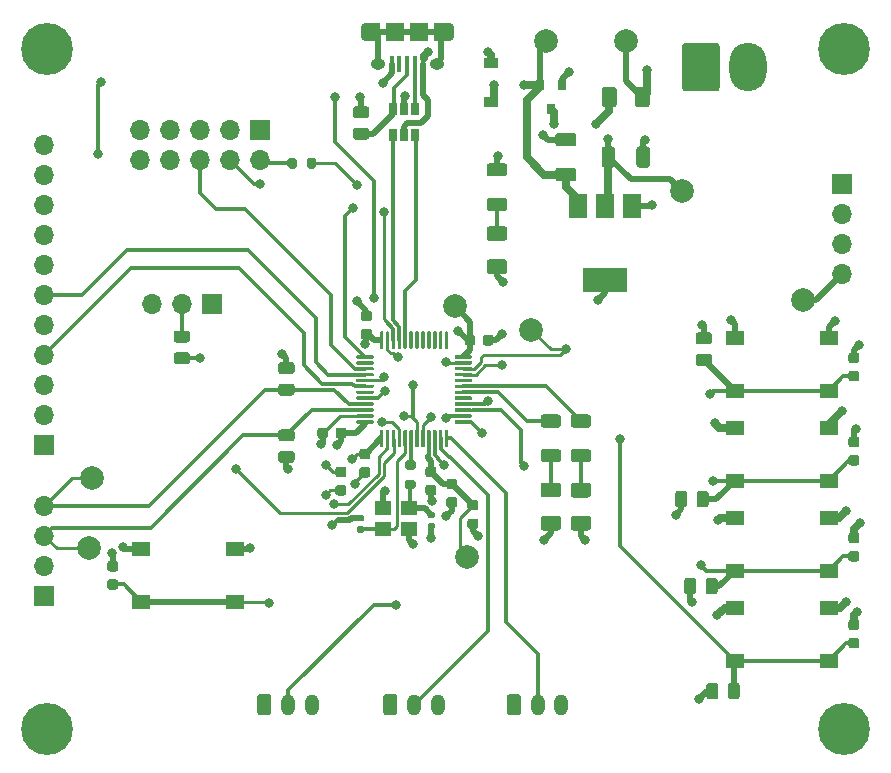
<source format=gtl>
G04 #@! TF.GenerationSoftware,KiCad,Pcbnew,5.1.10-88a1d61d58~90~ubuntu20.04.1*
G04 #@! TF.CreationDate,2021-11-20T18:16:27-05:00*
G04 #@! TF.ProjectId,WiFiSTMBoard,57694669-5354-44d4-926f-6172642e6b69,rev?*
G04 #@! TF.SameCoordinates,Original*
G04 #@! TF.FileFunction,Copper,L1,Top*
G04 #@! TF.FilePolarity,Positive*
%FSLAX46Y46*%
G04 Gerber Fmt 4.6, Leading zero omitted, Abs format (unit mm)*
G04 Created by KiCad (PCBNEW 5.1.10-88a1d61d58~90~ubuntu20.04.1) date 2021-11-20 18:16:27*
%MOMM*%
%LPD*%
G01*
G04 APERTURE LIST*
G04 #@! TA.AperFunction,ComponentPad*
%ADD10O,1.200000X1.800000*%
G04 #@! TD*
G04 #@! TA.AperFunction,ComponentPad*
%ADD11O,1.700000X1.700000*%
G04 #@! TD*
G04 #@! TA.AperFunction,ComponentPad*
%ADD12R,1.700000X1.700000*%
G04 #@! TD*
G04 #@! TA.AperFunction,SMDPad,CuDef*
%ADD13R,1.400000X1.200000*%
G04 #@! TD*
G04 #@! TA.AperFunction,SMDPad,CuDef*
%ADD14R,0.650000X1.060000*%
G04 #@! TD*
G04 #@! TA.AperFunction,SMDPad,CuDef*
%ADD15R,1.500000X2.000000*%
G04 #@! TD*
G04 #@! TA.AperFunction,SMDPad,CuDef*
%ADD16R,3.800000X2.000000*%
G04 #@! TD*
G04 #@! TA.AperFunction,SMDPad,CuDef*
%ADD17C,2.000000*%
G04 #@! TD*
G04 #@! TA.AperFunction,SMDPad,CuDef*
%ADD18R,1.550000X1.300000*%
G04 #@! TD*
G04 #@! TA.AperFunction,SMDPad,CuDef*
%ADD19R,0.800000X0.900000*%
G04 #@! TD*
G04 #@! TA.AperFunction,ComponentPad*
%ADD20O,0.890000X1.550000*%
G04 #@! TD*
G04 #@! TA.AperFunction,SMDPad,CuDef*
%ADD21R,1.200000X1.550000*%
G04 #@! TD*
G04 #@! TA.AperFunction,SMDPad,CuDef*
%ADD22R,1.500000X1.550000*%
G04 #@! TD*
G04 #@! TA.AperFunction,ComponentPad*
%ADD23O,1.250000X0.950000*%
G04 #@! TD*
G04 #@! TA.AperFunction,SMDPad,CuDef*
%ADD24R,0.400000X1.350000*%
G04 #@! TD*
G04 #@! TA.AperFunction,ComponentPad*
%ADD25O,3.160000X4.100000*%
G04 #@! TD*
G04 #@! TA.AperFunction,ComponentPad*
%ADD26C,0.700000*%
G04 #@! TD*
G04 #@! TA.AperFunction,ComponentPad*
%ADD27C,4.400000*%
G04 #@! TD*
G04 #@! TA.AperFunction,SMDPad,CuDef*
%ADD28R,1.200000X0.900000*%
G04 #@! TD*
G04 #@! TA.AperFunction,ViaPad*
%ADD29C,0.800000*%
G04 #@! TD*
G04 #@! TA.AperFunction,Conductor*
%ADD30C,0.500000*%
G04 #@! TD*
G04 #@! TA.AperFunction,Conductor*
%ADD31C,0.700000*%
G04 #@! TD*
G04 #@! TA.AperFunction,Conductor*
%ADD32C,0.250000*%
G04 #@! TD*
G04 #@! TA.AperFunction,Conductor*
%ADD33C,0.300000*%
G04 #@! TD*
G04 APERTURE END LIST*
D10*
X121017800Y-132969000D03*
X119017800Y-132969000D03*
G04 #@! TA.AperFunction,ComponentPad*
G36*
G01*
X116417800Y-133619001D02*
X116417800Y-132318999D01*
G75*
G02*
X116667799Y-132069000I249999J0D01*
G01*
X117367801Y-132069000D01*
G75*
G02*
X117617800Y-132318999I0J-249999D01*
G01*
X117617800Y-133619001D01*
G75*
G02*
X117367801Y-133869000I-249999J0D01*
G01*
X116667799Y-133869000D01*
G75*
G02*
X116417800Y-133619001I0J249999D01*
G01*
G37*
G04 #@! TD.AperFunction*
X110553000Y-132969000D03*
X108553000Y-132969000D03*
G04 #@! TA.AperFunction,ComponentPad*
G36*
G01*
X105953000Y-133619001D02*
X105953000Y-132318999D01*
G75*
G02*
X106202999Y-132069000I249999J0D01*
G01*
X106903001Y-132069000D01*
G75*
G02*
X107153000Y-132318999I0J-249999D01*
G01*
X107153000Y-133619001D01*
G75*
G02*
X106903001Y-133869000I-249999J0D01*
G01*
X106202999Y-133869000D01*
G75*
G02*
X105953000Y-133619001I0J249999D01*
G01*
G37*
G04 #@! TD.AperFunction*
X99885000Y-132969000D03*
X97885000Y-132969000D03*
G04 #@! TA.AperFunction,ComponentPad*
G36*
G01*
X95285000Y-133619001D02*
X95285000Y-132318999D01*
G75*
G02*
X95534999Y-132069000I249999J0D01*
G01*
X96235001Y-132069000D01*
G75*
G02*
X96485000Y-132318999I0J-249999D01*
G01*
X96485000Y-133619001D01*
G75*
G02*
X96235001Y-133869000I-249999J0D01*
G01*
X95534999Y-133869000D01*
G75*
G02*
X95285000Y-133619001I0J249999D01*
G01*
G37*
G04 #@! TD.AperFunction*
D11*
X77250000Y-116130000D03*
X77250000Y-118670000D03*
X77250000Y-121210000D03*
D12*
X77250000Y-123750000D03*
D11*
X144780000Y-96520000D03*
X144780000Y-93980000D03*
X144780000Y-91440000D03*
D12*
X144780000Y-88900000D03*
G04 #@! TA.AperFunction,SMDPad,CuDef*
G36*
G01*
X105059600Y-109173600D02*
X103734600Y-109173600D01*
G75*
G02*
X103659600Y-109098600I0J75000D01*
G01*
X103659600Y-108948600D01*
G75*
G02*
X103734600Y-108873600I75000J0D01*
G01*
X105059600Y-108873600D01*
G75*
G02*
X105134600Y-108948600I0J-75000D01*
G01*
X105134600Y-109098600D01*
G75*
G02*
X105059600Y-109173600I-75000J0D01*
G01*
G37*
G04 #@! TD.AperFunction*
G04 #@! TA.AperFunction,SMDPad,CuDef*
G36*
G01*
X105059600Y-108673600D02*
X103734600Y-108673600D01*
G75*
G02*
X103659600Y-108598600I0J75000D01*
G01*
X103659600Y-108448600D01*
G75*
G02*
X103734600Y-108373600I75000J0D01*
G01*
X105059600Y-108373600D01*
G75*
G02*
X105134600Y-108448600I0J-75000D01*
G01*
X105134600Y-108598600D01*
G75*
G02*
X105059600Y-108673600I-75000J0D01*
G01*
G37*
G04 #@! TD.AperFunction*
G04 #@! TA.AperFunction,SMDPad,CuDef*
G36*
G01*
X105059600Y-108173600D02*
X103734600Y-108173600D01*
G75*
G02*
X103659600Y-108098600I0J75000D01*
G01*
X103659600Y-107948600D01*
G75*
G02*
X103734600Y-107873600I75000J0D01*
G01*
X105059600Y-107873600D01*
G75*
G02*
X105134600Y-107948600I0J-75000D01*
G01*
X105134600Y-108098600D01*
G75*
G02*
X105059600Y-108173600I-75000J0D01*
G01*
G37*
G04 #@! TD.AperFunction*
G04 #@! TA.AperFunction,SMDPad,CuDef*
G36*
G01*
X105059600Y-107673600D02*
X103734600Y-107673600D01*
G75*
G02*
X103659600Y-107598600I0J75000D01*
G01*
X103659600Y-107448600D01*
G75*
G02*
X103734600Y-107373600I75000J0D01*
G01*
X105059600Y-107373600D01*
G75*
G02*
X105134600Y-107448600I0J-75000D01*
G01*
X105134600Y-107598600D01*
G75*
G02*
X105059600Y-107673600I-75000J0D01*
G01*
G37*
G04 #@! TD.AperFunction*
G04 #@! TA.AperFunction,SMDPad,CuDef*
G36*
G01*
X105059600Y-107173600D02*
X103734600Y-107173600D01*
G75*
G02*
X103659600Y-107098600I0J75000D01*
G01*
X103659600Y-106948600D01*
G75*
G02*
X103734600Y-106873600I75000J0D01*
G01*
X105059600Y-106873600D01*
G75*
G02*
X105134600Y-106948600I0J-75000D01*
G01*
X105134600Y-107098600D01*
G75*
G02*
X105059600Y-107173600I-75000J0D01*
G01*
G37*
G04 #@! TD.AperFunction*
G04 #@! TA.AperFunction,SMDPad,CuDef*
G36*
G01*
X105059600Y-106673600D02*
X103734600Y-106673600D01*
G75*
G02*
X103659600Y-106598600I0J75000D01*
G01*
X103659600Y-106448600D01*
G75*
G02*
X103734600Y-106373600I75000J0D01*
G01*
X105059600Y-106373600D01*
G75*
G02*
X105134600Y-106448600I0J-75000D01*
G01*
X105134600Y-106598600D01*
G75*
G02*
X105059600Y-106673600I-75000J0D01*
G01*
G37*
G04 #@! TD.AperFunction*
G04 #@! TA.AperFunction,SMDPad,CuDef*
G36*
G01*
X105059600Y-106173600D02*
X103734600Y-106173600D01*
G75*
G02*
X103659600Y-106098600I0J75000D01*
G01*
X103659600Y-105948600D01*
G75*
G02*
X103734600Y-105873600I75000J0D01*
G01*
X105059600Y-105873600D01*
G75*
G02*
X105134600Y-105948600I0J-75000D01*
G01*
X105134600Y-106098600D01*
G75*
G02*
X105059600Y-106173600I-75000J0D01*
G01*
G37*
G04 #@! TD.AperFunction*
G04 #@! TA.AperFunction,SMDPad,CuDef*
G36*
G01*
X105059600Y-105673600D02*
X103734600Y-105673600D01*
G75*
G02*
X103659600Y-105598600I0J75000D01*
G01*
X103659600Y-105448600D01*
G75*
G02*
X103734600Y-105373600I75000J0D01*
G01*
X105059600Y-105373600D01*
G75*
G02*
X105134600Y-105448600I0J-75000D01*
G01*
X105134600Y-105598600D01*
G75*
G02*
X105059600Y-105673600I-75000J0D01*
G01*
G37*
G04 #@! TD.AperFunction*
G04 #@! TA.AperFunction,SMDPad,CuDef*
G36*
G01*
X105059600Y-105173600D02*
X103734600Y-105173600D01*
G75*
G02*
X103659600Y-105098600I0J75000D01*
G01*
X103659600Y-104948600D01*
G75*
G02*
X103734600Y-104873600I75000J0D01*
G01*
X105059600Y-104873600D01*
G75*
G02*
X105134600Y-104948600I0J-75000D01*
G01*
X105134600Y-105098600D01*
G75*
G02*
X105059600Y-105173600I-75000J0D01*
G01*
G37*
G04 #@! TD.AperFunction*
G04 #@! TA.AperFunction,SMDPad,CuDef*
G36*
G01*
X105059600Y-104673600D02*
X103734600Y-104673600D01*
G75*
G02*
X103659600Y-104598600I0J75000D01*
G01*
X103659600Y-104448600D01*
G75*
G02*
X103734600Y-104373600I75000J0D01*
G01*
X105059600Y-104373600D01*
G75*
G02*
X105134600Y-104448600I0J-75000D01*
G01*
X105134600Y-104598600D01*
G75*
G02*
X105059600Y-104673600I-75000J0D01*
G01*
G37*
G04 #@! TD.AperFunction*
G04 #@! TA.AperFunction,SMDPad,CuDef*
G36*
G01*
X105059600Y-104173600D02*
X103734600Y-104173600D01*
G75*
G02*
X103659600Y-104098600I0J75000D01*
G01*
X103659600Y-103948600D01*
G75*
G02*
X103734600Y-103873600I75000J0D01*
G01*
X105059600Y-103873600D01*
G75*
G02*
X105134600Y-103948600I0J-75000D01*
G01*
X105134600Y-104098600D01*
G75*
G02*
X105059600Y-104173600I-75000J0D01*
G01*
G37*
G04 #@! TD.AperFunction*
G04 #@! TA.AperFunction,SMDPad,CuDef*
G36*
G01*
X105059600Y-103673600D02*
X103734600Y-103673600D01*
G75*
G02*
X103659600Y-103598600I0J75000D01*
G01*
X103659600Y-103448600D01*
G75*
G02*
X103734600Y-103373600I75000J0D01*
G01*
X105059600Y-103373600D01*
G75*
G02*
X105134600Y-103448600I0J-75000D01*
G01*
X105134600Y-103598600D01*
G75*
G02*
X105059600Y-103673600I-75000J0D01*
G01*
G37*
G04 #@! TD.AperFunction*
G04 #@! TA.AperFunction,SMDPad,CuDef*
G36*
G01*
X105884600Y-102848600D02*
X105734600Y-102848600D01*
G75*
G02*
X105659600Y-102773600I0J75000D01*
G01*
X105659600Y-101448600D01*
G75*
G02*
X105734600Y-101373600I75000J0D01*
G01*
X105884600Y-101373600D01*
G75*
G02*
X105959600Y-101448600I0J-75000D01*
G01*
X105959600Y-102773600D01*
G75*
G02*
X105884600Y-102848600I-75000J0D01*
G01*
G37*
G04 #@! TD.AperFunction*
G04 #@! TA.AperFunction,SMDPad,CuDef*
G36*
G01*
X106384600Y-102848600D02*
X106234600Y-102848600D01*
G75*
G02*
X106159600Y-102773600I0J75000D01*
G01*
X106159600Y-101448600D01*
G75*
G02*
X106234600Y-101373600I75000J0D01*
G01*
X106384600Y-101373600D01*
G75*
G02*
X106459600Y-101448600I0J-75000D01*
G01*
X106459600Y-102773600D01*
G75*
G02*
X106384600Y-102848600I-75000J0D01*
G01*
G37*
G04 #@! TD.AperFunction*
G04 #@! TA.AperFunction,SMDPad,CuDef*
G36*
G01*
X106884600Y-102848600D02*
X106734600Y-102848600D01*
G75*
G02*
X106659600Y-102773600I0J75000D01*
G01*
X106659600Y-101448600D01*
G75*
G02*
X106734600Y-101373600I75000J0D01*
G01*
X106884600Y-101373600D01*
G75*
G02*
X106959600Y-101448600I0J-75000D01*
G01*
X106959600Y-102773600D01*
G75*
G02*
X106884600Y-102848600I-75000J0D01*
G01*
G37*
G04 #@! TD.AperFunction*
G04 #@! TA.AperFunction,SMDPad,CuDef*
G36*
G01*
X107384600Y-102848600D02*
X107234600Y-102848600D01*
G75*
G02*
X107159600Y-102773600I0J75000D01*
G01*
X107159600Y-101448600D01*
G75*
G02*
X107234600Y-101373600I75000J0D01*
G01*
X107384600Y-101373600D01*
G75*
G02*
X107459600Y-101448600I0J-75000D01*
G01*
X107459600Y-102773600D01*
G75*
G02*
X107384600Y-102848600I-75000J0D01*
G01*
G37*
G04 #@! TD.AperFunction*
G04 #@! TA.AperFunction,SMDPad,CuDef*
G36*
G01*
X107884600Y-102848600D02*
X107734600Y-102848600D01*
G75*
G02*
X107659600Y-102773600I0J75000D01*
G01*
X107659600Y-101448600D01*
G75*
G02*
X107734600Y-101373600I75000J0D01*
G01*
X107884600Y-101373600D01*
G75*
G02*
X107959600Y-101448600I0J-75000D01*
G01*
X107959600Y-102773600D01*
G75*
G02*
X107884600Y-102848600I-75000J0D01*
G01*
G37*
G04 #@! TD.AperFunction*
G04 #@! TA.AperFunction,SMDPad,CuDef*
G36*
G01*
X108384600Y-102848600D02*
X108234600Y-102848600D01*
G75*
G02*
X108159600Y-102773600I0J75000D01*
G01*
X108159600Y-101448600D01*
G75*
G02*
X108234600Y-101373600I75000J0D01*
G01*
X108384600Y-101373600D01*
G75*
G02*
X108459600Y-101448600I0J-75000D01*
G01*
X108459600Y-102773600D01*
G75*
G02*
X108384600Y-102848600I-75000J0D01*
G01*
G37*
G04 #@! TD.AperFunction*
G04 #@! TA.AperFunction,SMDPad,CuDef*
G36*
G01*
X108884600Y-102848600D02*
X108734600Y-102848600D01*
G75*
G02*
X108659600Y-102773600I0J75000D01*
G01*
X108659600Y-101448600D01*
G75*
G02*
X108734600Y-101373600I75000J0D01*
G01*
X108884600Y-101373600D01*
G75*
G02*
X108959600Y-101448600I0J-75000D01*
G01*
X108959600Y-102773600D01*
G75*
G02*
X108884600Y-102848600I-75000J0D01*
G01*
G37*
G04 #@! TD.AperFunction*
G04 #@! TA.AperFunction,SMDPad,CuDef*
G36*
G01*
X109384600Y-102848600D02*
X109234600Y-102848600D01*
G75*
G02*
X109159600Y-102773600I0J75000D01*
G01*
X109159600Y-101448600D01*
G75*
G02*
X109234600Y-101373600I75000J0D01*
G01*
X109384600Y-101373600D01*
G75*
G02*
X109459600Y-101448600I0J-75000D01*
G01*
X109459600Y-102773600D01*
G75*
G02*
X109384600Y-102848600I-75000J0D01*
G01*
G37*
G04 #@! TD.AperFunction*
G04 #@! TA.AperFunction,SMDPad,CuDef*
G36*
G01*
X109884600Y-102848600D02*
X109734600Y-102848600D01*
G75*
G02*
X109659600Y-102773600I0J75000D01*
G01*
X109659600Y-101448600D01*
G75*
G02*
X109734600Y-101373600I75000J0D01*
G01*
X109884600Y-101373600D01*
G75*
G02*
X109959600Y-101448600I0J-75000D01*
G01*
X109959600Y-102773600D01*
G75*
G02*
X109884600Y-102848600I-75000J0D01*
G01*
G37*
G04 #@! TD.AperFunction*
G04 #@! TA.AperFunction,SMDPad,CuDef*
G36*
G01*
X110384600Y-102848600D02*
X110234600Y-102848600D01*
G75*
G02*
X110159600Y-102773600I0J75000D01*
G01*
X110159600Y-101448600D01*
G75*
G02*
X110234600Y-101373600I75000J0D01*
G01*
X110384600Y-101373600D01*
G75*
G02*
X110459600Y-101448600I0J-75000D01*
G01*
X110459600Y-102773600D01*
G75*
G02*
X110384600Y-102848600I-75000J0D01*
G01*
G37*
G04 #@! TD.AperFunction*
G04 #@! TA.AperFunction,SMDPad,CuDef*
G36*
G01*
X110884600Y-102848600D02*
X110734600Y-102848600D01*
G75*
G02*
X110659600Y-102773600I0J75000D01*
G01*
X110659600Y-101448600D01*
G75*
G02*
X110734600Y-101373600I75000J0D01*
G01*
X110884600Y-101373600D01*
G75*
G02*
X110959600Y-101448600I0J-75000D01*
G01*
X110959600Y-102773600D01*
G75*
G02*
X110884600Y-102848600I-75000J0D01*
G01*
G37*
G04 #@! TD.AperFunction*
G04 #@! TA.AperFunction,SMDPad,CuDef*
G36*
G01*
X111384600Y-102848600D02*
X111234600Y-102848600D01*
G75*
G02*
X111159600Y-102773600I0J75000D01*
G01*
X111159600Y-101448600D01*
G75*
G02*
X111234600Y-101373600I75000J0D01*
G01*
X111384600Y-101373600D01*
G75*
G02*
X111459600Y-101448600I0J-75000D01*
G01*
X111459600Y-102773600D01*
G75*
G02*
X111384600Y-102848600I-75000J0D01*
G01*
G37*
G04 #@! TD.AperFunction*
G04 #@! TA.AperFunction,SMDPad,CuDef*
G36*
G01*
X113384600Y-103673600D02*
X112059600Y-103673600D01*
G75*
G02*
X111984600Y-103598600I0J75000D01*
G01*
X111984600Y-103448600D01*
G75*
G02*
X112059600Y-103373600I75000J0D01*
G01*
X113384600Y-103373600D01*
G75*
G02*
X113459600Y-103448600I0J-75000D01*
G01*
X113459600Y-103598600D01*
G75*
G02*
X113384600Y-103673600I-75000J0D01*
G01*
G37*
G04 #@! TD.AperFunction*
G04 #@! TA.AperFunction,SMDPad,CuDef*
G36*
G01*
X113384600Y-104173600D02*
X112059600Y-104173600D01*
G75*
G02*
X111984600Y-104098600I0J75000D01*
G01*
X111984600Y-103948600D01*
G75*
G02*
X112059600Y-103873600I75000J0D01*
G01*
X113384600Y-103873600D01*
G75*
G02*
X113459600Y-103948600I0J-75000D01*
G01*
X113459600Y-104098600D01*
G75*
G02*
X113384600Y-104173600I-75000J0D01*
G01*
G37*
G04 #@! TD.AperFunction*
G04 #@! TA.AperFunction,SMDPad,CuDef*
G36*
G01*
X113384600Y-104673600D02*
X112059600Y-104673600D01*
G75*
G02*
X111984600Y-104598600I0J75000D01*
G01*
X111984600Y-104448600D01*
G75*
G02*
X112059600Y-104373600I75000J0D01*
G01*
X113384600Y-104373600D01*
G75*
G02*
X113459600Y-104448600I0J-75000D01*
G01*
X113459600Y-104598600D01*
G75*
G02*
X113384600Y-104673600I-75000J0D01*
G01*
G37*
G04 #@! TD.AperFunction*
G04 #@! TA.AperFunction,SMDPad,CuDef*
G36*
G01*
X113384600Y-105173600D02*
X112059600Y-105173600D01*
G75*
G02*
X111984600Y-105098600I0J75000D01*
G01*
X111984600Y-104948600D01*
G75*
G02*
X112059600Y-104873600I75000J0D01*
G01*
X113384600Y-104873600D01*
G75*
G02*
X113459600Y-104948600I0J-75000D01*
G01*
X113459600Y-105098600D01*
G75*
G02*
X113384600Y-105173600I-75000J0D01*
G01*
G37*
G04 #@! TD.AperFunction*
G04 #@! TA.AperFunction,SMDPad,CuDef*
G36*
G01*
X113384600Y-105673600D02*
X112059600Y-105673600D01*
G75*
G02*
X111984600Y-105598600I0J75000D01*
G01*
X111984600Y-105448600D01*
G75*
G02*
X112059600Y-105373600I75000J0D01*
G01*
X113384600Y-105373600D01*
G75*
G02*
X113459600Y-105448600I0J-75000D01*
G01*
X113459600Y-105598600D01*
G75*
G02*
X113384600Y-105673600I-75000J0D01*
G01*
G37*
G04 #@! TD.AperFunction*
G04 #@! TA.AperFunction,SMDPad,CuDef*
G36*
G01*
X113384600Y-106173600D02*
X112059600Y-106173600D01*
G75*
G02*
X111984600Y-106098600I0J75000D01*
G01*
X111984600Y-105948600D01*
G75*
G02*
X112059600Y-105873600I75000J0D01*
G01*
X113384600Y-105873600D01*
G75*
G02*
X113459600Y-105948600I0J-75000D01*
G01*
X113459600Y-106098600D01*
G75*
G02*
X113384600Y-106173600I-75000J0D01*
G01*
G37*
G04 #@! TD.AperFunction*
G04 #@! TA.AperFunction,SMDPad,CuDef*
G36*
G01*
X113384600Y-106673600D02*
X112059600Y-106673600D01*
G75*
G02*
X111984600Y-106598600I0J75000D01*
G01*
X111984600Y-106448600D01*
G75*
G02*
X112059600Y-106373600I75000J0D01*
G01*
X113384600Y-106373600D01*
G75*
G02*
X113459600Y-106448600I0J-75000D01*
G01*
X113459600Y-106598600D01*
G75*
G02*
X113384600Y-106673600I-75000J0D01*
G01*
G37*
G04 #@! TD.AperFunction*
G04 #@! TA.AperFunction,SMDPad,CuDef*
G36*
G01*
X113384600Y-107173600D02*
X112059600Y-107173600D01*
G75*
G02*
X111984600Y-107098600I0J75000D01*
G01*
X111984600Y-106948600D01*
G75*
G02*
X112059600Y-106873600I75000J0D01*
G01*
X113384600Y-106873600D01*
G75*
G02*
X113459600Y-106948600I0J-75000D01*
G01*
X113459600Y-107098600D01*
G75*
G02*
X113384600Y-107173600I-75000J0D01*
G01*
G37*
G04 #@! TD.AperFunction*
G04 #@! TA.AperFunction,SMDPad,CuDef*
G36*
G01*
X113384600Y-107673600D02*
X112059600Y-107673600D01*
G75*
G02*
X111984600Y-107598600I0J75000D01*
G01*
X111984600Y-107448600D01*
G75*
G02*
X112059600Y-107373600I75000J0D01*
G01*
X113384600Y-107373600D01*
G75*
G02*
X113459600Y-107448600I0J-75000D01*
G01*
X113459600Y-107598600D01*
G75*
G02*
X113384600Y-107673600I-75000J0D01*
G01*
G37*
G04 #@! TD.AperFunction*
G04 #@! TA.AperFunction,SMDPad,CuDef*
G36*
G01*
X113384600Y-108173600D02*
X112059600Y-108173600D01*
G75*
G02*
X111984600Y-108098600I0J75000D01*
G01*
X111984600Y-107948600D01*
G75*
G02*
X112059600Y-107873600I75000J0D01*
G01*
X113384600Y-107873600D01*
G75*
G02*
X113459600Y-107948600I0J-75000D01*
G01*
X113459600Y-108098600D01*
G75*
G02*
X113384600Y-108173600I-75000J0D01*
G01*
G37*
G04 #@! TD.AperFunction*
G04 #@! TA.AperFunction,SMDPad,CuDef*
G36*
G01*
X113384600Y-108673600D02*
X112059600Y-108673600D01*
G75*
G02*
X111984600Y-108598600I0J75000D01*
G01*
X111984600Y-108448600D01*
G75*
G02*
X112059600Y-108373600I75000J0D01*
G01*
X113384600Y-108373600D01*
G75*
G02*
X113459600Y-108448600I0J-75000D01*
G01*
X113459600Y-108598600D01*
G75*
G02*
X113384600Y-108673600I-75000J0D01*
G01*
G37*
G04 #@! TD.AperFunction*
G04 #@! TA.AperFunction,SMDPad,CuDef*
G36*
G01*
X113384600Y-109173600D02*
X112059600Y-109173600D01*
G75*
G02*
X111984600Y-109098600I0J75000D01*
G01*
X111984600Y-108948600D01*
G75*
G02*
X112059600Y-108873600I75000J0D01*
G01*
X113384600Y-108873600D01*
G75*
G02*
X113459600Y-108948600I0J-75000D01*
G01*
X113459600Y-109098600D01*
G75*
G02*
X113384600Y-109173600I-75000J0D01*
G01*
G37*
G04 #@! TD.AperFunction*
G04 #@! TA.AperFunction,SMDPad,CuDef*
G36*
G01*
X111384600Y-111173600D02*
X111234600Y-111173600D01*
G75*
G02*
X111159600Y-111098600I0J75000D01*
G01*
X111159600Y-109773600D01*
G75*
G02*
X111234600Y-109698600I75000J0D01*
G01*
X111384600Y-109698600D01*
G75*
G02*
X111459600Y-109773600I0J-75000D01*
G01*
X111459600Y-111098600D01*
G75*
G02*
X111384600Y-111173600I-75000J0D01*
G01*
G37*
G04 #@! TD.AperFunction*
G04 #@! TA.AperFunction,SMDPad,CuDef*
G36*
G01*
X110884600Y-111173600D02*
X110734600Y-111173600D01*
G75*
G02*
X110659600Y-111098600I0J75000D01*
G01*
X110659600Y-109773600D01*
G75*
G02*
X110734600Y-109698600I75000J0D01*
G01*
X110884600Y-109698600D01*
G75*
G02*
X110959600Y-109773600I0J-75000D01*
G01*
X110959600Y-111098600D01*
G75*
G02*
X110884600Y-111173600I-75000J0D01*
G01*
G37*
G04 #@! TD.AperFunction*
G04 #@! TA.AperFunction,SMDPad,CuDef*
G36*
G01*
X110384600Y-111173600D02*
X110234600Y-111173600D01*
G75*
G02*
X110159600Y-111098600I0J75000D01*
G01*
X110159600Y-109773600D01*
G75*
G02*
X110234600Y-109698600I75000J0D01*
G01*
X110384600Y-109698600D01*
G75*
G02*
X110459600Y-109773600I0J-75000D01*
G01*
X110459600Y-111098600D01*
G75*
G02*
X110384600Y-111173600I-75000J0D01*
G01*
G37*
G04 #@! TD.AperFunction*
G04 #@! TA.AperFunction,SMDPad,CuDef*
G36*
G01*
X109884600Y-111173600D02*
X109734600Y-111173600D01*
G75*
G02*
X109659600Y-111098600I0J75000D01*
G01*
X109659600Y-109773600D01*
G75*
G02*
X109734600Y-109698600I75000J0D01*
G01*
X109884600Y-109698600D01*
G75*
G02*
X109959600Y-109773600I0J-75000D01*
G01*
X109959600Y-111098600D01*
G75*
G02*
X109884600Y-111173600I-75000J0D01*
G01*
G37*
G04 #@! TD.AperFunction*
G04 #@! TA.AperFunction,SMDPad,CuDef*
G36*
G01*
X109384600Y-111173600D02*
X109234600Y-111173600D01*
G75*
G02*
X109159600Y-111098600I0J75000D01*
G01*
X109159600Y-109773600D01*
G75*
G02*
X109234600Y-109698600I75000J0D01*
G01*
X109384600Y-109698600D01*
G75*
G02*
X109459600Y-109773600I0J-75000D01*
G01*
X109459600Y-111098600D01*
G75*
G02*
X109384600Y-111173600I-75000J0D01*
G01*
G37*
G04 #@! TD.AperFunction*
G04 #@! TA.AperFunction,SMDPad,CuDef*
G36*
G01*
X108884600Y-111173600D02*
X108734600Y-111173600D01*
G75*
G02*
X108659600Y-111098600I0J75000D01*
G01*
X108659600Y-109773600D01*
G75*
G02*
X108734600Y-109698600I75000J0D01*
G01*
X108884600Y-109698600D01*
G75*
G02*
X108959600Y-109773600I0J-75000D01*
G01*
X108959600Y-111098600D01*
G75*
G02*
X108884600Y-111173600I-75000J0D01*
G01*
G37*
G04 #@! TD.AperFunction*
G04 #@! TA.AperFunction,SMDPad,CuDef*
G36*
G01*
X108384600Y-111173600D02*
X108234600Y-111173600D01*
G75*
G02*
X108159600Y-111098600I0J75000D01*
G01*
X108159600Y-109773600D01*
G75*
G02*
X108234600Y-109698600I75000J0D01*
G01*
X108384600Y-109698600D01*
G75*
G02*
X108459600Y-109773600I0J-75000D01*
G01*
X108459600Y-111098600D01*
G75*
G02*
X108384600Y-111173600I-75000J0D01*
G01*
G37*
G04 #@! TD.AperFunction*
G04 #@! TA.AperFunction,SMDPad,CuDef*
G36*
G01*
X107884600Y-111173600D02*
X107734600Y-111173600D01*
G75*
G02*
X107659600Y-111098600I0J75000D01*
G01*
X107659600Y-109773600D01*
G75*
G02*
X107734600Y-109698600I75000J0D01*
G01*
X107884600Y-109698600D01*
G75*
G02*
X107959600Y-109773600I0J-75000D01*
G01*
X107959600Y-111098600D01*
G75*
G02*
X107884600Y-111173600I-75000J0D01*
G01*
G37*
G04 #@! TD.AperFunction*
G04 #@! TA.AperFunction,SMDPad,CuDef*
G36*
G01*
X107384600Y-111173600D02*
X107234600Y-111173600D01*
G75*
G02*
X107159600Y-111098600I0J75000D01*
G01*
X107159600Y-109773600D01*
G75*
G02*
X107234600Y-109698600I75000J0D01*
G01*
X107384600Y-109698600D01*
G75*
G02*
X107459600Y-109773600I0J-75000D01*
G01*
X107459600Y-111098600D01*
G75*
G02*
X107384600Y-111173600I-75000J0D01*
G01*
G37*
G04 #@! TD.AperFunction*
G04 #@! TA.AperFunction,SMDPad,CuDef*
G36*
G01*
X106884600Y-111173600D02*
X106734600Y-111173600D01*
G75*
G02*
X106659600Y-111098600I0J75000D01*
G01*
X106659600Y-109773600D01*
G75*
G02*
X106734600Y-109698600I75000J0D01*
G01*
X106884600Y-109698600D01*
G75*
G02*
X106959600Y-109773600I0J-75000D01*
G01*
X106959600Y-111098600D01*
G75*
G02*
X106884600Y-111173600I-75000J0D01*
G01*
G37*
G04 #@! TD.AperFunction*
G04 #@! TA.AperFunction,SMDPad,CuDef*
G36*
G01*
X106384600Y-111173600D02*
X106234600Y-111173600D01*
G75*
G02*
X106159600Y-111098600I0J75000D01*
G01*
X106159600Y-109773600D01*
G75*
G02*
X106234600Y-109698600I75000J0D01*
G01*
X106384600Y-109698600D01*
G75*
G02*
X106459600Y-109773600I0J-75000D01*
G01*
X106459600Y-111098600D01*
G75*
G02*
X106384600Y-111173600I-75000J0D01*
G01*
G37*
G04 #@! TD.AperFunction*
G04 #@! TA.AperFunction,SMDPad,CuDef*
G36*
G01*
X105884600Y-111173600D02*
X105734600Y-111173600D01*
G75*
G02*
X105659600Y-111098600I0J75000D01*
G01*
X105659600Y-109773600D01*
G75*
G02*
X105734600Y-109698600I75000J0D01*
G01*
X105884600Y-109698600D01*
G75*
G02*
X105959600Y-109773600I0J-75000D01*
G01*
X105959600Y-111098600D01*
G75*
G02*
X105884600Y-111173600I-75000J0D01*
G01*
G37*
G04 #@! TD.AperFunction*
D13*
X105943400Y-116357400D03*
X108143400Y-116357400D03*
X108143400Y-118057400D03*
X105943400Y-118057400D03*
D14*
X107721400Y-84742200D03*
X108671400Y-84742200D03*
X106771400Y-84742200D03*
X106771400Y-82542200D03*
X107721400Y-82542200D03*
X108671400Y-82542200D03*
D15*
X127014000Y-90753800D03*
X122414000Y-90753800D03*
X124714000Y-90753800D03*
D16*
X124714000Y-97053800D03*
D17*
X81000000Y-119750000D03*
X81250000Y-113750000D03*
X118500000Y-101250000D03*
X141500000Y-98750000D03*
X131250000Y-89500000D03*
X119750000Y-76750000D03*
X126500000Y-76750000D03*
X112000000Y-99250000D03*
X113000000Y-120500000D03*
D18*
X135725000Y-101890000D03*
X135725000Y-106390000D03*
X143675000Y-106390000D03*
X143675000Y-101890000D03*
X135725000Y-117130000D03*
X135725000Y-121630000D03*
X143675000Y-121630000D03*
X143675000Y-117130000D03*
X135725000Y-109510000D03*
X135725000Y-114010000D03*
X143675000Y-114010000D03*
X143675000Y-109510000D03*
X135725000Y-124750000D03*
X135725000Y-129250000D03*
X143675000Y-129250000D03*
X143675000Y-124750000D03*
X85425000Y-119760000D03*
X85425000Y-124260000D03*
X93375000Y-124260000D03*
X93375000Y-119760000D03*
G04 #@! TA.AperFunction,SMDPad,CuDef*
G36*
G01*
X103627999Y-84126000D02*
X104528001Y-84126000D01*
G75*
G02*
X104778000Y-84375999I0J-249999D01*
G01*
X104778000Y-84901001D01*
G75*
G02*
X104528001Y-85151000I-249999J0D01*
G01*
X103627999Y-85151000D01*
G75*
G02*
X103378000Y-84901001I0J249999D01*
G01*
X103378000Y-84375999D01*
G75*
G02*
X103627999Y-84126000I249999J0D01*
G01*
G37*
G04 #@! TD.AperFunction*
G04 #@! TA.AperFunction,SMDPad,CuDef*
G36*
G01*
X103627999Y-82301000D02*
X104528001Y-82301000D01*
G75*
G02*
X104778000Y-82550999I0J-249999D01*
G01*
X104778000Y-83076001D01*
G75*
G02*
X104528001Y-83326000I-249999J0D01*
G01*
X103627999Y-83326000D01*
G75*
G02*
X103378000Y-83076001I0J249999D01*
G01*
X103378000Y-82550999D01*
G75*
G02*
X103627999Y-82301000I249999J0D01*
G01*
G37*
G04 #@! TD.AperFunction*
G04 #@! TA.AperFunction,SMDPad,CuDef*
G36*
G01*
X132645999Y-103270000D02*
X133546001Y-103270000D01*
G75*
G02*
X133796000Y-103519999I0J-249999D01*
G01*
X133796000Y-104045001D01*
G75*
G02*
X133546001Y-104295000I-249999J0D01*
G01*
X132645999Y-104295000D01*
G75*
G02*
X132396000Y-104045001I0J249999D01*
G01*
X132396000Y-103519999D01*
G75*
G02*
X132645999Y-103270000I249999J0D01*
G01*
G37*
G04 #@! TD.AperFunction*
G04 #@! TA.AperFunction,SMDPad,CuDef*
G36*
G01*
X132645999Y-101445000D02*
X133546001Y-101445000D01*
G75*
G02*
X133796000Y-101694999I0J-249999D01*
G01*
X133796000Y-102220001D01*
G75*
G02*
X133546001Y-102470000I-249999J0D01*
G01*
X132645999Y-102470000D01*
G75*
G02*
X132396000Y-102220001I0J249999D01*
G01*
X132396000Y-101694999D01*
G75*
G02*
X132645999Y-101445000I249999J0D01*
G01*
G37*
G04 #@! TD.AperFunction*
G04 #@! TA.AperFunction,SMDPad,CuDef*
G36*
G01*
X133242000Y-123386001D02*
X133242000Y-122485999D01*
G75*
G02*
X133491999Y-122236000I249999J0D01*
G01*
X134017001Y-122236000D01*
G75*
G02*
X134267000Y-122485999I0J-249999D01*
G01*
X134267000Y-123386001D01*
G75*
G02*
X134017001Y-123636000I-249999J0D01*
G01*
X133491999Y-123636000D01*
G75*
G02*
X133242000Y-123386001I0J249999D01*
G01*
G37*
G04 #@! TD.AperFunction*
G04 #@! TA.AperFunction,SMDPad,CuDef*
G36*
G01*
X131417000Y-123386001D02*
X131417000Y-122485999D01*
G75*
G02*
X131666999Y-122236000I249999J0D01*
G01*
X132192001Y-122236000D01*
G75*
G02*
X132442000Y-122485999I0J-249999D01*
G01*
X132442000Y-123386001D01*
G75*
G02*
X132192001Y-123636000I-249999J0D01*
G01*
X131666999Y-123636000D01*
G75*
G02*
X131417000Y-123386001I0J249999D01*
G01*
G37*
G04 #@! TD.AperFunction*
G04 #@! TA.AperFunction,SMDPad,CuDef*
G36*
G01*
X98200001Y-110687500D02*
X97299999Y-110687500D01*
G75*
G02*
X97050000Y-110437501I0J249999D01*
G01*
X97050000Y-109912499D01*
G75*
G02*
X97299999Y-109662500I249999J0D01*
G01*
X98200001Y-109662500D01*
G75*
G02*
X98450000Y-109912499I0J-249999D01*
G01*
X98450000Y-110437501D01*
G75*
G02*
X98200001Y-110687500I-249999J0D01*
G01*
G37*
G04 #@! TD.AperFunction*
G04 #@! TA.AperFunction,SMDPad,CuDef*
G36*
G01*
X98200001Y-112512500D02*
X97299999Y-112512500D01*
G75*
G02*
X97050000Y-112262501I0J249999D01*
G01*
X97050000Y-111737499D01*
G75*
G02*
X97299999Y-111487500I249999J0D01*
G01*
X98200001Y-111487500D01*
G75*
G02*
X98450000Y-111737499I0J-249999D01*
G01*
X98450000Y-112262501D01*
G75*
G02*
X98200001Y-112512500I-249999J0D01*
G01*
G37*
G04 #@! TD.AperFunction*
G04 #@! TA.AperFunction,SMDPad,CuDef*
G36*
G01*
X97299999Y-105793500D02*
X98200001Y-105793500D01*
G75*
G02*
X98450000Y-106043499I0J-249999D01*
G01*
X98450000Y-106568501D01*
G75*
G02*
X98200001Y-106818500I-249999J0D01*
G01*
X97299999Y-106818500D01*
G75*
G02*
X97050000Y-106568501I0J249999D01*
G01*
X97050000Y-106043499D01*
G75*
G02*
X97299999Y-105793500I249999J0D01*
G01*
G37*
G04 #@! TD.AperFunction*
G04 #@! TA.AperFunction,SMDPad,CuDef*
G36*
G01*
X97299999Y-103968500D02*
X98200001Y-103968500D01*
G75*
G02*
X98450000Y-104218499I0J-249999D01*
G01*
X98450000Y-104743501D01*
G75*
G02*
X98200001Y-104993500I-249999J0D01*
G01*
X97299999Y-104993500D01*
G75*
G02*
X97050000Y-104743501I0J249999D01*
G01*
X97050000Y-104218499D01*
G75*
G02*
X97299999Y-103968500I249999J0D01*
G01*
G37*
G04 #@! TD.AperFunction*
G04 #@! TA.AperFunction,SMDPad,CuDef*
G36*
G01*
X132480000Y-116020001D02*
X132480000Y-115119999D01*
G75*
G02*
X132729999Y-114870000I249999J0D01*
G01*
X133255001Y-114870000D01*
G75*
G02*
X133505000Y-115119999I0J-249999D01*
G01*
X133505000Y-116020001D01*
G75*
G02*
X133255001Y-116270000I-249999J0D01*
G01*
X132729999Y-116270000D01*
G75*
G02*
X132480000Y-116020001I0J249999D01*
G01*
G37*
G04 #@! TD.AperFunction*
G04 #@! TA.AperFunction,SMDPad,CuDef*
G36*
G01*
X130655000Y-116020001D02*
X130655000Y-115119999D01*
G75*
G02*
X130904999Y-114870000I249999J0D01*
G01*
X131430001Y-114870000D01*
G75*
G02*
X131680000Y-115119999I0J-249999D01*
G01*
X131680000Y-116020001D01*
G75*
G02*
X131430001Y-116270000I-249999J0D01*
G01*
X130904999Y-116270000D01*
G75*
G02*
X130655000Y-116020001I0J249999D01*
G01*
G37*
G04 #@! TD.AperFunction*
G04 #@! TA.AperFunction,SMDPad,CuDef*
G36*
G01*
X135123500Y-132276001D02*
X135123500Y-131375999D01*
G75*
G02*
X135373499Y-131126000I249999J0D01*
G01*
X135898501Y-131126000D01*
G75*
G02*
X136148500Y-131375999I0J-249999D01*
G01*
X136148500Y-132276001D01*
G75*
G02*
X135898501Y-132526000I-249999J0D01*
G01*
X135373499Y-132526000D01*
G75*
G02*
X135123500Y-132276001I0J249999D01*
G01*
G37*
G04 #@! TD.AperFunction*
G04 #@! TA.AperFunction,SMDPad,CuDef*
G36*
G01*
X133298500Y-132276001D02*
X133298500Y-131375999D01*
G75*
G02*
X133548499Y-131126000I249999J0D01*
G01*
X134073501Y-131126000D01*
G75*
G02*
X134323500Y-131375999I0J-249999D01*
G01*
X134323500Y-132276001D01*
G75*
G02*
X134073501Y-132526000I-249999J0D01*
G01*
X133548499Y-132526000D01*
G75*
G02*
X133298500Y-132276001I0J249999D01*
G01*
G37*
G04 #@! TD.AperFunction*
G04 #@! TA.AperFunction,SMDPad,CuDef*
G36*
G01*
X99485000Y-87397000D02*
X99485000Y-86847000D01*
G75*
G02*
X99685000Y-86647000I200000J0D01*
G01*
X100085000Y-86647000D01*
G75*
G02*
X100285000Y-86847000I0J-200000D01*
G01*
X100285000Y-87397000D01*
G75*
G02*
X100085000Y-87597000I-200000J0D01*
G01*
X99685000Y-87597000D01*
G75*
G02*
X99485000Y-87397000I0J200000D01*
G01*
G37*
G04 #@! TD.AperFunction*
G04 #@! TA.AperFunction,SMDPad,CuDef*
G36*
G01*
X97835000Y-87397000D02*
X97835000Y-86847000D01*
G75*
G02*
X98035000Y-86647000I200000J0D01*
G01*
X98435000Y-86647000D01*
G75*
G02*
X98635000Y-86847000I0J-200000D01*
G01*
X98635000Y-87397000D01*
G75*
G02*
X98435000Y-87597000I-200000J0D01*
G01*
X98035000Y-87597000D01*
G75*
G02*
X97835000Y-87397000I0J200000D01*
G01*
G37*
G04 #@! TD.AperFunction*
G04 #@! TA.AperFunction,SMDPad,CuDef*
G36*
G01*
X114944999Y-90054000D02*
X116195001Y-90054000D01*
G75*
G02*
X116445000Y-90303999I0J-249999D01*
G01*
X116445000Y-90929001D01*
G75*
G02*
X116195001Y-91179000I-249999J0D01*
G01*
X114944999Y-91179000D01*
G75*
G02*
X114695000Y-90929001I0J249999D01*
G01*
X114695000Y-90303999D01*
G75*
G02*
X114944999Y-90054000I249999J0D01*
G01*
G37*
G04 #@! TD.AperFunction*
G04 #@! TA.AperFunction,SMDPad,CuDef*
G36*
G01*
X114944999Y-87129000D02*
X116195001Y-87129000D01*
G75*
G02*
X116445000Y-87378999I0J-249999D01*
G01*
X116445000Y-88004001D01*
G75*
G02*
X116195001Y-88254000I-249999J0D01*
G01*
X114944999Y-88254000D01*
G75*
G02*
X114695000Y-88004001I0J249999D01*
G01*
X114695000Y-87378999D01*
G75*
G02*
X114944999Y-87129000I249999J0D01*
G01*
G37*
G04 #@! TD.AperFunction*
G04 #@! TA.AperFunction,SMDPad,CuDef*
G36*
G01*
X107954400Y-113925400D02*
X108504400Y-113925400D01*
G75*
G02*
X108704400Y-114125400I0J-200000D01*
G01*
X108704400Y-114525400D01*
G75*
G02*
X108504400Y-114725400I-200000J0D01*
G01*
X107954400Y-114725400D01*
G75*
G02*
X107754400Y-114525400I0J200000D01*
G01*
X107754400Y-114125400D01*
G75*
G02*
X107954400Y-113925400I200000J0D01*
G01*
G37*
G04 #@! TD.AperFunction*
G04 #@! TA.AperFunction,SMDPad,CuDef*
G36*
G01*
X107954400Y-112275400D02*
X108504400Y-112275400D01*
G75*
G02*
X108704400Y-112475400I0J-200000D01*
G01*
X108704400Y-112875400D01*
G75*
G02*
X108504400Y-113075400I-200000J0D01*
G01*
X107954400Y-113075400D01*
G75*
G02*
X107754400Y-112875400I0J200000D01*
G01*
X107754400Y-112475400D01*
G75*
G02*
X107954400Y-112275400I200000J0D01*
G01*
G37*
G04 #@! TD.AperFunction*
G04 #@! TA.AperFunction,SMDPad,CuDef*
G36*
G01*
X88449999Y-103119500D02*
X89350001Y-103119500D01*
G75*
G02*
X89600000Y-103369499I0J-249999D01*
G01*
X89600000Y-103894501D01*
G75*
G02*
X89350001Y-104144500I-249999J0D01*
G01*
X88449999Y-104144500D01*
G75*
G02*
X88200000Y-103894501I0J249999D01*
G01*
X88200000Y-103369499D01*
G75*
G02*
X88449999Y-103119500I249999J0D01*
G01*
G37*
G04 #@! TD.AperFunction*
G04 #@! TA.AperFunction,SMDPad,CuDef*
G36*
G01*
X88449999Y-101294500D02*
X89350001Y-101294500D01*
G75*
G02*
X89600000Y-101544499I0J-249999D01*
G01*
X89600000Y-102069501D01*
G75*
G02*
X89350001Y-102319500I-249999J0D01*
G01*
X88449999Y-102319500D01*
G75*
G02*
X88200000Y-102069501I0J249999D01*
G01*
X88200000Y-101544499D01*
G75*
G02*
X88449999Y-101294500I249999J0D01*
G01*
G37*
G04 #@! TD.AperFunction*
G04 #@! TA.AperFunction,SMDPad,CuDef*
G36*
G01*
X119516999Y-111328500D02*
X120767001Y-111328500D01*
G75*
G02*
X121017000Y-111578499I0J-249999D01*
G01*
X121017000Y-112203501D01*
G75*
G02*
X120767001Y-112453500I-249999J0D01*
G01*
X119516999Y-112453500D01*
G75*
G02*
X119267000Y-112203501I0J249999D01*
G01*
X119267000Y-111578499D01*
G75*
G02*
X119516999Y-111328500I249999J0D01*
G01*
G37*
G04 #@! TD.AperFunction*
G04 #@! TA.AperFunction,SMDPad,CuDef*
G36*
G01*
X119516999Y-108403500D02*
X120767001Y-108403500D01*
G75*
G02*
X121017000Y-108653499I0J-249999D01*
G01*
X121017000Y-109278501D01*
G75*
G02*
X120767001Y-109528500I-249999J0D01*
G01*
X119516999Y-109528500D01*
G75*
G02*
X119267000Y-109278501I0J249999D01*
G01*
X119267000Y-108653499D01*
G75*
G02*
X119516999Y-108403500I249999J0D01*
G01*
G37*
G04 #@! TD.AperFunction*
G04 #@! TA.AperFunction,SMDPad,CuDef*
G36*
G01*
X122056999Y-111328500D02*
X123307001Y-111328500D01*
G75*
G02*
X123557000Y-111578499I0J-249999D01*
G01*
X123557000Y-112203501D01*
G75*
G02*
X123307001Y-112453500I-249999J0D01*
G01*
X122056999Y-112453500D01*
G75*
G02*
X121807000Y-112203501I0J249999D01*
G01*
X121807000Y-111578499D01*
G75*
G02*
X122056999Y-111328500I249999J0D01*
G01*
G37*
G04 #@! TD.AperFunction*
G04 #@! TA.AperFunction,SMDPad,CuDef*
G36*
G01*
X122056999Y-108403500D02*
X123307001Y-108403500D01*
G75*
G02*
X123557000Y-108653499I0J-249999D01*
G01*
X123557000Y-109278501D01*
G75*
G02*
X123307001Y-109528500I-249999J0D01*
G01*
X122056999Y-109528500D01*
G75*
G02*
X121807000Y-109278501I0J249999D01*
G01*
X121807000Y-108653499D01*
G75*
G02*
X122056999Y-108403500I249999J0D01*
G01*
G37*
G04 #@! TD.AperFunction*
D19*
X120142000Y-82534000D03*
X119192000Y-80534000D03*
X121092000Y-80534000D03*
G04 #@! TA.AperFunction,SMDPad,CuDef*
G36*
G01*
X113794250Y-116515500D02*
X113281750Y-116515500D01*
G75*
G02*
X113063000Y-116296750I0J218750D01*
G01*
X113063000Y-115859250D01*
G75*
G02*
X113281750Y-115640500I218750J0D01*
G01*
X113794250Y-115640500D01*
G75*
G02*
X114013000Y-115859250I0J-218750D01*
G01*
X114013000Y-116296750D01*
G75*
G02*
X113794250Y-116515500I-218750J0D01*
G01*
G37*
G04 #@! TD.AperFunction*
G04 #@! TA.AperFunction,SMDPad,CuDef*
G36*
G01*
X113794250Y-118090500D02*
X113281750Y-118090500D01*
G75*
G02*
X113063000Y-117871750I0J218750D01*
G01*
X113063000Y-117434250D01*
G75*
G02*
X113281750Y-117215500I218750J0D01*
G01*
X113794250Y-117215500D01*
G75*
G02*
X114013000Y-117434250I0J-218750D01*
G01*
X114013000Y-117871750D01*
G75*
G02*
X113794250Y-118090500I-218750J0D01*
G01*
G37*
G04 #@! TD.AperFunction*
D20*
X104475400Y-75992200D03*
X111475400Y-75992200D03*
D21*
X105075400Y-75992200D03*
X110875400Y-75992200D03*
D22*
X106975400Y-75992200D03*
X108975400Y-75992200D03*
D23*
X105475400Y-78692200D03*
X110475400Y-78692200D03*
D24*
X106675400Y-78692200D03*
X107325400Y-78692200D03*
X107975400Y-78692200D03*
X108625400Y-78692200D03*
X109275400Y-78692200D03*
D11*
X77250000Y-85600000D03*
X77250000Y-88140000D03*
X77250000Y-90680000D03*
X77250000Y-93220000D03*
X77250000Y-95760000D03*
X77250000Y-98300000D03*
X77250000Y-100840000D03*
X77250000Y-103380000D03*
X77250000Y-105920000D03*
X77250000Y-108460000D03*
D12*
X77250000Y-111000000D03*
D11*
X85344000Y-86868000D03*
X85344000Y-84328000D03*
X87884000Y-86868000D03*
X87884000Y-84328000D03*
X90424000Y-86868000D03*
X90424000Y-84328000D03*
X92964000Y-86868000D03*
X92964000Y-84328000D03*
X95504000Y-86868000D03*
D12*
X95504000Y-84328000D03*
D25*
X136802000Y-78994000D03*
G04 #@! TA.AperFunction,ComponentPad*
G36*
G01*
X131262000Y-80794000D02*
X131262000Y-77194000D01*
G75*
G02*
X131512000Y-76944000I250000J0D01*
G01*
X134172000Y-76944000D01*
G75*
G02*
X134422000Y-77194000I0J-250000D01*
G01*
X134422000Y-80794000D01*
G75*
G02*
X134172000Y-81044000I-250000J0D01*
G01*
X131512000Y-81044000D01*
G75*
G02*
X131262000Y-80794000I0J250000D01*
G01*
G37*
G04 #@! TD.AperFunction*
D11*
X86360000Y-99060000D03*
X88900000Y-99060000D03*
D12*
X91440000Y-99060000D03*
D26*
X146166726Y-76333274D03*
X145000000Y-75850000D03*
X143833274Y-76333274D03*
X143350000Y-77500000D03*
X143833274Y-78666726D03*
X145000000Y-79150000D03*
X146166726Y-78666726D03*
X146650000Y-77500000D03*
D27*
X145000000Y-77500000D03*
D26*
X78666726Y-133833274D03*
X77500000Y-133350000D03*
X76333274Y-133833274D03*
X75850000Y-135000000D03*
X76333274Y-136166726D03*
X77500000Y-136650000D03*
X78666726Y-136166726D03*
X79150000Y-135000000D03*
D27*
X77500000Y-135000000D03*
D26*
X78666726Y-76333274D03*
X77500000Y-75850000D03*
X76333274Y-76333274D03*
X75850000Y-77500000D03*
X76333274Y-78666726D03*
X77500000Y-79150000D03*
X78666726Y-78666726D03*
X79150000Y-77500000D03*
D27*
X77500000Y-77500000D03*
D26*
X146166726Y-133833274D03*
X145000000Y-133350000D03*
X143833274Y-133833274D03*
X143350000Y-135000000D03*
X143833274Y-136166726D03*
X145000000Y-136650000D03*
X146166726Y-136166726D03*
X146650000Y-135000000D03*
D27*
X145000000Y-135000000D03*
G04 #@! TA.AperFunction,SMDPad,CuDef*
G36*
G01*
X127267000Y-82159000D02*
X127267000Y-80909000D01*
G75*
G02*
X127517000Y-80659000I250000J0D01*
G01*
X128267000Y-80659000D01*
G75*
G02*
X128517000Y-80909000I0J-250000D01*
G01*
X128517000Y-82159000D01*
G75*
G02*
X128267000Y-82409000I-250000J0D01*
G01*
X127517000Y-82409000D01*
G75*
G02*
X127267000Y-82159000I0J250000D01*
G01*
G37*
G04 #@! TD.AperFunction*
G04 #@! TA.AperFunction,SMDPad,CuDef*
G36*
G01*
X124467000Y-82159000D02*
X124467000Y-80909000D01*
G75*
G02*
X124717000Y-80659000I250000J0D01*
G01*
X125467000Y-80659000D01*
G75*
G02*
X125717000Y-80909000I0J-250000D01*
G01*
X125717000Y-82159000D01*
G75*
G02*
X125467000Y-82409000I-250000J0D01*
G01*
X124717000Y-82409000D01*
G75*
G02*
X124467000Y-82159000I0J250000D01*
G01*
G37*
G04 #@! TD.AperFunction*
G04 #@! TA.AperFunction,SMDPad,CuDef*
G36*
G01*
X116195000Y-93713000D02*
X114945000Y-93713000D01*
G75*
G02*
X114695000Y-93463000I0J250000D01*
G01*
X114695000Y-92713000D01*
G75*
G02*
X114945000Y-92463000I250000J0D01*
G01*
X116195000Y-92463000D01*
G75*
G02*
X116445000Y-92713000I0J-250000D01*
G01*
X116445000Y-93463000D01*
G75*
G02*
X116195000Y-93713000I-250000J0D01*
G01*
G37*
G04 #@! TD.AperFunction*
G04 #@! TA.AperFunction,SMDPad,CuDef*
G36*
G01*
X116195000Y-96513000D02*
X114945000Y-96513000D01*
G75*
G02*
X114695000Y-96263000I0J250000D01*
G01*
X114695000Y-95513000D01*
G75*
G02*
X114945000Y-95263000I250000J0D01*
G01*
X116195000Y-95263000D01*
G75*
G02*
X116445000Y-95513000I0J-250000D01*
G01*
X116445000Y-96263000D01*
G75*
G02*
X116195000Y-96513000I-250000J0D01*
G01*
G37*
G04 #@! TD.AperFunction*
D28*
X115062000Y-78614000D03*
X115062000Y-81914000D03*
G04 #@! TA.AperFunction,SMDPad,CuDef*
G36*
G01*
X120767000Y-115427000D02*
X119517000Y-115427000D01*
G75*
G02*
X119267000Y-115177000I0J250000D01*
G01*
X119267000Y-114427000D01*
G75*
G02*
X119517000Y-114177000I250000J0D01*
G01*
X120767000Y-114177000D01*
G75*
G02*
X121017000Y-114427000I0J-250000D01*
G01*
X121017000Y-115177000D01*
G75*
G02*
X120767000Y-115427000I-250000J0D01*
G01*
G37*
G04 #@! TD.AperFunction*
G04 #@! TA.AperFunction,SMDPad,CuDef*
G36*
G01*
X120767000Y-118227000D02*
X119517000Y-118227000D01*
G75*
G02*
X119267000Y-117977000I0J250000D01*
G01*
X119267000Y-117227000D01*
G75*
G02*
X119517000Y-116977000I250000J0D01*
G01*
X120767000Y-116977000D01*
G75*
G02*
X121017000Y-117227000I0J-250000D01*
G01*
X121017000Y-117977000D01*
G75*
G02*
X120767000Y-118227000I-250000J0D01*
G01*
G37*
G04 #@! TD.AperFunction*
G04 #@! TA.AperFunction,SMDPad,CuDef*
G36*
G01*
X123307000Y-115433000D02*
X122057000Y-115433000D01*
G75*
G02*
X121807000Y-115183000I0J250000D01*
G01*
X121807000Y-114433000D01*
G75*
G02*
X122057000Y-114183000I250000J0D01*
G01*
X123307000Y-114183000D01*
G75*
G02*
X123557000Y-114433000I0J-250000D01*
G01*
X123557000Y-115183000D01*
G75*
G02*
X123307000Y-115433000I-250000J0D01*
G01*
G37*
G04 #@! TD.AperFunction*
G04 #@! TA.AperFunction,SMDPad,CuDef*
G36*
G01*
X123307000Y-118233000D02*
X122057000Y-118233000D01*
G75*
G02*
X121807000Y-117983000I0J250000D01*
G01*
X121807000Y-117233000D01*
G75*
G02*
X122057000Y-116983000I250000J0D01*
G01*
X123307000Y-116983000D01*
G75*
G02*
X123557000Y-117233000I0J-250000D01*
G01*
X123557000Y-117983000D01*
G75*
G02*
X123307000Y-118233000I-250000J0D01*
G01*
G37*
G04 #@! TD.AperFunction*
G04 #@! TA.AperFunction,SMDPad,CuDef*
G36*
G01*
X146046000Y-104056000D02*
X145546000Y-104056000D01*
G75*
G02*
X145321000Y-103831000I0J225000D01*
G01*
X145321000Y-103381000D01*
G75*
G02*
X145546000Y-103156000I225000J0D01*
G01*
X146046000Y-103156000D01*
G75*
G02*
X146271000Y-103381000I0J-225000D01*
G01*
X146271000Y-103831000D01*
G75*
G02*
X146046000Y-104056000I-225000J0D01*
G01*
G37*
G04 #@! TD.AperFunction*
G04 #@! TA.AperFunction,SMDPad,CuDef*
G36*
G01*
X146046000Y-105606000D02*
X145546000Y-105606000D01*
G75*
G02*
X145321000Y-105381000I0J225000D01*
G01*
X145321000Y-104931000D01*
G75*
G02*
X145546000Y-104706000I225000J0D01*
G01*
X146046000Y-104706000D01*
G75*
G02*
X146271000Y-104931000I0J-225000D01*
G01*
X146271000Y-105381000D01*
G75*
G02*
X146046000Y-105606000I-225000J0D01*
G01*
G37*
G04 #@! TD.AperFunction*
G04 #@! TA.AperFunction,SMDPad,CuDef*
G36*
G01*
X146046000Y-119309000D02*
X145546000Y-119309000D01*
G75*
G02*
X145321000Y-119084000I0J225000D01*
G01*
X145321000Y-118634000D01*
G75*
G02*
X145546000Y-118409000I225000J0D01*
G01*
X146046000Y-118409000D01*
G75*
G02*
X146271000Y-118634000I0J-225000D01*
G01*
X146271000Y-119084000D01*
G75*
G02*
X146046000Y-119309000I-225000J0D01*
G01*
G37*
G04 #@! TD.AperFunction*
G04 #@! TA.AperFunction,SMDPad,CuDef*
G36*
G01*
X146046000Y-120859000D02*
X145546000Y-120859000D01*
G75*
G02*
X145321000Y-120634000I0J225000D01*
G01*
X145321000Y-120184000D01*
G75*
G02*
X145546000Y-119959000I225000J0D01*
G01*
X146046000Y-119959000D01*
G75*
G02*
X146271000Y-120184000I0J-225000D01*
G01*
X146271000Y-120634000D01*
G75*
G02*
X146046000Y-120859000I-225000J0D01*
G01*
G37*
G04 #@! TD.AperFunction*
G04 #@! TA.AperFunction,SMDPad,CuDef*
G36*
G01*
X146046000Y-111181000D02*
X145546000Y-111181000D01*
G75*
G02*
X145321000Y-110956000I0J225000D01*
G01*
X145321000Y-110506000D01*
G75*
G02*
X145546000Y-110281000I225000J0D01*
G01*
X146046000Y-110281000D01*
G75*
G02*
X146271000Y-110506000I0J-225000D01*
G01*
X146271000Y-110956000D01*
G75*
G02*
X146046000Y-111181000I-225000J0D01*
G01*
G37*
G04 #@! TD.AperFunction*
G04 #@! TA.AperFunction,SMDPad,CuDef*
G36*
G01*
X146046000Y-112731000D02*
X145546000Y-112731000D01*
G75*
G02*
X145321000Y-112506000I0J225000D01*
G01*
X145321000Y-112056000D01*
G75*
G02*
X145546000Y-111831000I225000J0D01*
G01*
X146046000Y-111831000D01*
G75*
G02*
X146271000Y-112056000I0J-225000D01*
G01*
X146271000Y-112506000D01*
G75*
G02*
X146046000Y-112731000I-225000J0D01*
G01*
G37*
G04 #@! TD.AperFunction*
G04 #@! TA.AperFunction,SMDPad,CuDef*
G36*
G01*
X146046000Y-126662000D02*
X145546000Y-126662000D01*
G75*
G02*
X145321000Y-126437000I0J225000D01*
G01*
X145321000Y-125987000D01*
G75*
G02*
X145546000Y-125762000I225000J0D01*
G01*
X146046000Y-125762000D01*
G75*
G02*
X146271000Y-125987000I0J-225000D01*
G01*
X146271000Y-126437000D01*
G75*
G02*
X146046000Y-126662000I-225000J0D01*
G01*
G37*
G04 #@! TD.AperFunction*
G04 #@! TA.AperFunction,SMDPad,CuDef*
G36*
G01*
X146046000Y-128212000D02*
X145546000Y-128212000D01*
G75*
G02*
X145321000Y-127987000I0J225000D01*
G01*
X145321000Y-127537000D01*
G75*
G02*
X145546000Y-127312000I225000J0D01*
G01*
X146046000Y-127312000D01*
G75*
G02*
X146271000Y-127537000I0J-225000D01*
G01*
X146271000Y-127987000D01*
G75*
G02*
X146046000Y-128212000I-225000J0D01*
G01*
G37*
G04 #@! TD.AperFunction*
G04 #@! TA.AperFunction,SMDPad,CuDef*
G36*
G01*
X127392000Y-87264001D02*
X127392000Y-85963999D01*
G75*
G02*
X127641999Y-85714000I249999J0D01*
G01*
X128292001Y-85714000D01*
G75*
G02*
X128542000Y-85963999I0J-249999D01*
G01*
X128542000Y-87264001D01*
G75*
G02*
X128292001Y-87514000I-249999J0D01*
G01*
X127641999Y-87514000D01*
G75*
G02*
X127392000Y-87264001I0J249999D01*
G01*
G37*
G04 #@! TD.AperFunction*
G04 #@! TA.AperFunction,SMDPad,CuDef*
G36*
G01*
X124442000Y-87264001D02*
X124442000Y-85963999D01*
G75*
G02*
X124691999Y-85714000I249999J0D01*
G01*
X125342001Y-85714000D01*
G75*
G02*
X125592000Y-85963999I0J-249999D01*
G01*
X125592000Y-87264001D01*
G75*
G02*
X125342001Y-87514000I-249999J0D01*
G01*
X124691999Y-87514000D01*
G75*
G02*
X124442000Y-87264001I0J249999D01*
G01*
G37*
G04 #@! TD.AperFunction*
G04 #@! TA.AperFunction,SMDPad,CuDef*
G36*
G01*
X122062001Y-85714000D02*
X120761999Y-85714000D01*
G75*
G02*
X120512000Y-85464001I0J249999D01*
G01*
X120512000Y-84813999D01*
G75*
G02*
X120761999Y-84564000I249999J0D01*
G01*
X122062001Y-84564000D01*
G75*
G02*
X122312000Y-84813999I0J-249999D01*
G01*
X122312000Y-85464001D01*
G75*
G02*
X122062001Y-85714000I-249999J0D01*
G01*
G37*
G04 #@! TD.AperFunction*
G04 #@! TA.AperFunction,SMDPad,CuDef*
G36*
G01*
X122062001Y-88664000D02*
X120761999Y-88664000D01*
G75*
G02*
X120512000Y-88414001I0J249999D01*
G01*
X120512000Y-87763999D01*
G75*
G02*
X120761999Y-87514000I249999J0D01*
G01*
X122062001Y-87514000D01*
G75*
G02*
X122312000Y-87763999I0J-249999D01*
G01*
X122312000Y-88414001D01*
G75*
G02*
X122062001Y-88664000I-249999J0D01*
G01*
G37*
G04 #@! TD.AperFunction*
G04 #@! TA.AperFunction,SMDPad,CuDef*
G36*
G01*
X109837400Y-117600000D02*
X110177400Y-117600000D01*
G75*
G02*
X110317400Y-117740000I0J-140000D01*
G01*
X110317400Y-118020000D01*
G75*
G02*
X110177400Y-118160000I-140000J0D01*
G01*
X109837400Y-118160000D01*
G75*
G02*
X109697400Y-118020000I0J140000D01*
G01*
X109697400Y-117740000D01*
G75*
G02*
X109837400Y-117600000I140000J0D01*
G01*
G37*
G04 #@! TD.AperFunction*
G04 #@! TA.AperFunction,SMDPad,CuDef*
G36*
G01*
X109837400Y-116640000D02*
X110177400Y-116640000D01*
G75*
G02*
X110317400Y-116780000I0J-140000D01*
G01*
X110317400Y-117060000D01*
G75*
G02*
X110177400Y-117200000I-140000J0D01*
G01*
X109837400Y-117200000D01*
G75*
G02*
X109697400Y-117060000I0J140000D01*
G01*
X109697400Y-116780000D01*
G75*
G02*
X109837400Y-116640000I140000J0D01*
G01*
G37*
G04 #@! TD.AperFunction*
G04 #@! TA.AperFunction,SMDPad,CuDef*
G36*
G01*
X104208400Y-117455400D02*
X103868400Y-117455400D01*
G75*
G02*
X103728400Y-117315400I0J140000D01*
G01*
X103728400Y-117035400D01*
G75*
G02*
X103868400Y-116895400I140000J0D01*
G01*
X104208400Y-116895400D01*
G75*
G02*
X104348400Y-117035400I0J-140000D01*
G01*
X104348400Y-117315400D01*
G75*
G02*
X104208400Y-117455400I-140000J0D01*
G01*
G37*
G04 #@! TD.AperFunction*
G04 #@! TA.AperFunction,SMDPad,CuDef*
G36*
G01*
X104208400Y-118415400D02*
X103868400Y-118415400D01*
G75*
G02*
X103728400Y-118275400I0J140000D01*
G01*
X103728400Y-117995400D01*
G75*
G02*
X103868400Y-117855400I140000J0D01*
G01*
X104208400Y-117855400D01*
G75*
G02*
X104348400Y-117995400I0J-140000D01*
G01*
X104348400Y-118275400D01*
G75*
G02*
X104208400Y-118415400I-140000J0D01*
G01*
G37*
G04 #@! TD.AperFunction*
G04 #@! TA.AperFunction,SMDPad,CuDef*
G36*
G01*
X82800000Y-122348000D02*
X83300000Y-122348000D01*
G75*
G02*
X83525000Y-122573000I0J-225000D01*
G01*
X83525000Y-123023000D01*
G75*
G02*
X83300000Y-123248000I-225000J0D01*
G01*
X82800000Y-123248000D01*
G75*
G02*
X82575000Y-123023000I0J225000D01*
G01*
X82575000Y-122573000D01*
G75*
G02*
X82800000Y-122348000I225000J0D01*
G01*
G37*
G04 #@! TD.AperFunction*
G04 #@! TA.AperFunction,SMDPad,CuDef*
G36*
G01*
X82800000Y-120798000D02*
X83300000Y-120798000D01*
G75*
G02*
X83525000Y-121023000I0J-225000D01*
G01*
X83525000Y-121473000D01*
G75*
G02*
X83300000Y-121698000I-225000J0D01*
G01*
X82800000Y-121698000D01*
G75*
G02*
X82575000Y-121473000I0J225000D01*
G01*
X82575000Y-121023000D01*
G75*
G02*
X82800000Y-120798000I225000J0D01*
G01*
G37*
G04 #@! TD.AperFunction*
G04 #@! TA.AperFunction,SMDPad,CuDef*
G36*
G01*
X104144000Y-112860000D02*
X104644000Y-112860000D01*
G75*
G02*
X104869000Y-113085000I0J-225000D01*
G01*
X104869000Y-113535000D01*
G75*
G02*
X104644000Y-113760000I-225000J0D01*
G01*
X104144000Y-113760000D01*
G75*
G02*
X103919000Y-113535000I0J225000D01*
G01*
X103919000Y-113085000D01*
G75*
G02*
X104144000Y-112860000I225000J0D01*
G01*
G37*
G04 #@! TD.AperFunction*
G04 #@! TA.AperFunction,SMDPad,CuDef*
G36*
G01*
X104144000Y-111310000D02*
X104644000Y-111310000D01*
G75*
G02*
X104869000Y-111535000I0J-225000D01*
G01*
X104869000Y-111985000D01*
G75*
G02*
X104644000Y-112210000I-225000J0D01*
G01*
X104144000Y-112210000D01*
G75*
G02*
X103919000Y-111985000I0J225000D01*
G01*
X103919000Y-111535000D01*
G75*
G02*
X104144000Y-111310000I225000J0D01*
G01*
G37*
G04 #@! TD.AperFunction*
G04 #@! TA.AperFunction,SMDPad,CuDef*
G36*
G01*
X101275000Y-109732000D02*
X101275000Y-110232000D01*
G75*
G02*
X101050000Y-110457000I-225000J0D01*
G01*
X100600000Y-110457000D01*
G75*
G02*
X100375000Y-110232000I0J225000D01*
G01*
X100375000Y-109732000D01*
G75*
G02*
X100600000Y-109507000I225000J0D01*
G01*
X101050000Y-109507000D01*
G75*
G02*
X101275000Y-109732000I0J-225000D01*
G01*
G37*
G04 #@! TD.AperFunction*
G04 #@! TA.AperFunction,SMDPad,CuDef*
G36*
G01*
X102825000Y-109732000D02*
X102825000Y-110232000D01*
G75*
G02*
X102600000Y-110457000I-225000J0D01*
G01*
X102150000Y-110457000D01*
G75*
G02*
X101925000Y-110232000I0J225000D01*
G01*
X101925000Y-109732000D01*
G75*
G02*
X102150000Y-109507000I225000J0D01*
G01*
X102600000Y-109507000D01*
G75*
G02*
X102825000Y-109732000I0J-225000D01*
G01*
G37*
G04 #@! TD.AperFunction*
G04 #@! TA.AperFunction,SMDPad,CuDef*
G36*
G01*
X104771000Y-100513000D02*
X104271000Y-100513000D01*
G75*
G02*
X104046000Y-100288000I0J225000D01*
G01*
X104046000Y-99838000D01*
G75*
G02*
X104271000Y-99613000I225000J0D01*
G01*
X104771000Y-99613000D01*
G75*
G02*
X104996000Y-99838000I0J-225000D01*
G01*
X104996000Y-100288000D01*
G75*
G02*
X104771000Y-100513000I-225000J0D01*
G01*
G37*
G04 #@! TD.AperFunction*
G04 #@! TA.AperFunction,SMDPad,CuDef*
G36*
G01*
X104771000Y-102063000D02*
X104271000Y-102063000D01*
G75*
G02*
X104046000Y-101838000I0J225000D01*
G01*
X104046000Y-101388000D01*
G75*
G02*
X104271000Y-101163000I225000J0D01*
G01*
X104771000Y-101163000D01*
G75*
G02*
X104996000Y-101388000I0J-225000D01*
G01*
X104996000Y-101838000D01*
G75*
G02*
X104771000Y-102063000I-225000J0D01*
G01*
G37*
G04 #@! TD.AperFunction*
G04 #@! TA.AperFunction,SMDPad,CuDef*
G36*
G01*
X114384000Y-102358000D02*
X114384000Y-101858000D01*
G75*
G02*
X114609000Y-101633000I225000J0D01*
G01*
X115059000Y-101633000D01*
G75*
G02*
X115284000Y-101858000I0J-225000D01*
G01*
X115284000Y-102358000D01*
G75*
G02*
X115059000Y-102583000I-225000J0D01*
G01*
X114609000Y-102583000D01*
G75*
G02*
X114384000Y-102358000I0J225000D01*
G01*
G37*
G04 #@! TD.AperFunction*
G04 #@! TA.AperFunction,SMDPad,CuDef*
G36*
G01*
X112834000Y-102358000D02*
X112834000Y-101858000D01*
G75*
G02*
X113059000Y-101633000I225000J0D01*
G01*
X113509000Y-101633000D01*
G75*
G02*
X113734000Y-101858000I0J-225000D01*
G01*
X113734000Y-102358000D01*
G75*
G02*
X113509000Y-102583000I-225000J0D01*
G01*
X113059000Y-102583000D01*
G75*
G02*
X112834000Y-102358000I0J225000D01*
G01*
G37*
G04 #@! TD.AperFunction*
G04 #@! TA.AperFunction,SMDPad,CuDef*
G36*
G01*
X102112000Y-114371000D02*
X102612000Y-114371000D01*
G75*
G02*
X102837000Y-114596000I0J-225000D01*
G01*
X102837000Y-115046000D01*
G75*
G02*
X102612000Y-115271000I-225000J0D01*
G01*
X102112000Y-115271000D01*
G75*
G02*
X101887000Y-115046000I0J225000D01*
G01*
X101887000Y-114596000D01*
G75*
G02*
X102112000Y-114371000I225000J0D01*
G01*
G37*
G04 #@! TD.AperFunction*
G04 #@! TA.AperFunction,SMDPad,CuDef*
G36*
G01*
X102112000Y-112821000D02*
X102612000Y-112821000D01*
G75*
G02*
X102837000Y-113046000I0J-225000D01*
G01*
X102837000Y-113496000D01*
G75*
G02*
X102612000Y-113721000I-225000J0D01*
G01*
X102112000Y-113721000D01*
G75*
G02*
X101887000Y-113496000I0J225000D01*
G01*
X101887000Y-113046000D01*
G75*
G02*
X102112000Y-112821000I225000J0D01*
G01*
G37*
G04 #@! TD.AperFunction*
G04 #@! TA.AperFunction,SMDPad,CuDef*
G36*
G01*
X111510000Y-115400000D02*
X112010000Y-115400000D01*
G75*
G02*
X112235000Y-115625000I0J-225000D01*
G01*
X112235000Y-116075000D01*
G75*
G02*
X112010000Y-116300000I-225000J0D01*
G01*
X111510000Y-116300000D01*
G75*
G02*
X111285000Y-116075000I0J225000D01*
G01*
X111285000Y-115625000D01*
G75*
G02*
X111510000Y-115400000I225000J0D01*
G01*
G37*
G04 #@! TD.AperFunction*
G04 #@! TA.AperFunction,SMDPad,CuDef*
G36*
G01*
X111510000Y-113850000D02*
X112010000Y-113850000D01*
G75*
G02*
X112235000Y-114075000I0J-225000D01*
G01*
X112235000Y-114525000D01*
G75*
G02*
X112010000Y-114750000I-225000J0D01*
G01*
X111510000Y-114750000D01*
G75*
G02*
X111285000Y-114525000I0J225000D01*
G01*
X111285000Y-114075000D01*
G75*
G02*
X111510000Y-113850000I225000J0D01*
G01*
G37*
G04 #@! TD.AperFunction*
G04 #@! TA.AperFunction,SMDPad,CuDef*
G36*
G01*
X109732000Y-114358000D02*
X110232000Y-114358000D01*
G75*
G02*
X110457000Y-114583000I0J-225000D01*
G01*
X110457000Y-115033000D01*
G75*
G02*
X110232000Y-115258000I-225000J0D01*
G01*
X109732000Y-115258000D01*
G75*
G02*
X109507000Y-115033000I0J225000D01*
G01*
X109507000Y-114583000D01*
G75*
G02*
X109732000Y-114358000I225000J0D01*
G01*
G37*
G04 #@! TD.AperFunction*
G04 #@! TA.AperFunction,SMDPad,CuDef*
G36*
G01*
X109732000Y-112808000D02*
X110232000Y-112808000D01*
G75*
G02*
X110457000Y-113033000I0J-225000D01*
G01*
X110457000Y-113483000D01*
G75*
G02*
X110232000Y-113708000I-225000J0D01*
G01*
X109732000Y-113708000D01*
G75*
G02*
X109507000Y-113483000I0J225000D01*
G01*
X109507000Y-113033000D01*
G75*
G02*
X109732000Y-112808000I225000J0D01*
G01*
G37*
G04 #@! TD.AperFunction*
D29*
X116000000Y-101600000D03*
X128100000Y-85200000D03*
X128700000Y-90700000D03*
X101600000Y-117800000D03*
X101100000Y-115200000D03*
X107200000Y-103500000D03*
X111300000Y-104000000D03*
X101100000Y-112700000D03*
X123000000Y-119000000D03*
X119600000Y-119000000D03*
X110000000Y-118900000D03*
X108500000Y-119400000D03*
X107800000Y-81400000D03*
X116100000Y-97200000D03*
X105900000Y-80300000D03*
X121700000Y-79400000D03*
X146300000Y-117600000D03*
X146100000Y-125100000D03*
X145100000Y-124300000D03*
X134200000Y-125400000D03*
X146000000Y-109600000D03*
X146200000Y-102500000D03*
X135400000Y-100400000D03*
X144200000Y-100500000D03*
X144800000Y-108100000D03*
X134000000Y-109100000D03*
X134300000Y-117300000D03*
X145100000Y-116600000D03*
X119500000Y-84700000D03*
X115700000Y-86500000D03*
X83000000Y-120100000D03*
X83900000Y-119600000D03*
X94700000Y-119700000D03*
X132700000Y-132500000D03*
X132100000Y-124300000D03*
X130700000Y-116900000D03*
X110100000Y-115700000D03*
X114000000Y-118700000D03*
X132900000Y-100800000D03*
X124100000Y-98700000D03*
X104000000Y-81500000D03*
X125000000Y-85100000D03*
X100700000Y-110900000D03*
X110000000Y-108600000D03*
X111300000Y-117000000D03*
X106100000Y-114900000D03*
X103600000Y-114300000D03*
X103700000Y-98800000D03*
X97900000Y-113000000D03*
X112300000Y-101300000D03*
X103300000Y-112200006D03*
X102051817Y-110951813D03*
X97400000Y-103299992D03*
X104367088Y-102432912D03*
X81788000Y-86360000D03*
X82042000Y-80264000D03*
X101854000Y-81534000D03*
X105156000Y-98552000D03*
X108458000Y-105918000D03*
X96300000Y-124400000D03*
X107700000Y-108500000D03*
X117856000Y-80518000D03*
X115316000Y-80518000D03*
X114808000Y-77724000D03*
X109728000Y-77724000D03*
X128270000Y-79248000D03*
X123952000Y-83820000D03*
X120396000Y-83820000D03*
X111113600Y-112682261D03*
X107000000Y-124500000D03*
X95504000Y-88900000D03*
X103378004Y-90932000D03*
X121412000Y-102870000D03*
X116000000Y-104250000D03*
X106100000Y-106400000D03*
X90400000Y-103600000D03*
X103750000Y-89000000D03*
X106000000Y-91250000D03*
X114300000Y-109982000D03*
X125984000Y-110490000D03*
X133858000Y-114046000D03*
X117856000Y-112776000D03*
X132842000Y-121158000D03*
X111252000Y-108712000D03*
X133604000Y-106680000D03*
X114822414Y-107273600D03*
X105805331Y-109055331D03*
X93500000Y-113000000D03*
X101750000Y-116000000D03*
X106000000Y-105250000D03*
D30*
X94640000Y-119760000D02*
X94700000Y-119700000D01*
X93375000Y-119760000D02*
X94640000Y-119760000D01*
X84060000Y-119760000D02*
X83900000Y-119600000D01*
X85425000Y-119760000D02*
X84060000Y-119760000D01*
X83050000Y-120150000D02*
X83000000Y-120100000D01*
X83050000Y-121248000D02*
X83050000Y-120150000D01*
X100825000Y-110775000D02*
X100700000Y-110900000D01*
X100825000Y-109982000D02*
X100825000Y-110775000D01*
X109982000Y-115582000D02*
X110100000Y-115700000D01*
X109982000Y-114808000D02*
X109982000Y-115582000D01*
X119939000Y-85139000D02*
X119500000Y-84700000D01*
X121412000Y-85139000D02*
X119939000Y-85139000D01*
X135725000Y-100725000D02*
X135400000Y-100400000D01*
X135725000Y-101890000D02*
X135725000Y-100725000D01*
X143675000Y-101025000D02*
X144200000Y-100500000D01*
X143675000Y-101890000D02*
X143675000Y-101025000D01*
X145796000Y-102904000D02*
X146200000Y-102500000D01*
X145796000Y-103606000D02*
X145796000Y-102904000D01*
X145796000Y-109804000D02*
X146000000Y-109600000D01*
X145796000Y-110731000D02*
X145796000Y-109804000D01*
D31*
X143675000Y-109225000D02*
X144800000Y-108100000D01*
X143675000Y-109510000D02*
X143675000Y-109225000D01*
X134410000Y-109510000D02*
X134000000Y-109100000D01*
X135725000Y-109510000D02*
X134410000Y-109510000D01*
X144570000Y-117130000D02*
X145100000Y-116600000D01*
X143675000Y-117130000D02*
X144570000Y-117130000D01*
X134470000Y-117130000D02*
X134300000Y-117300000D01*
X135725000Y-117130000D02*
X134470000Y-117130000D01*
X134850000Y-124750000D02*
X134200000Y-125400000D01*
X135725000Y-124750000D02*
X134850000Y-124750000D01*
X144650000Y-124750000D02*
X145100000Y-124300000D01*
X143675000Y-124750000D02*
X144650000Y-124750000D01*
X145796000Y-125404000D02*
X146100000Y-125100000D01*
X145796000Y-126212000D02*
X145796000Y-125404000D01*
X145796000Y-118104000D02*
X146300000Y-117600000D01*
X145796000Y-118859000D02*
X145796000Y-118104000D01*
D30*
X121092000Y-80008000D02*
X121700000Y-79400000D01*
X121092000Y-80534000D02*
X121092000Y-80008000D01*
X106675400Y-79524600D02*
X105900000Y-80300000D01*
X106675400Y-78692200D02*
X106675400Y-79524600D01*
X115570000Y-96670000D02*
X116100000Y-97200000D01*
X115570000Y-95888000D02*
X115570000Y-96670000D01*
X107721400Y-81478600D02*
X107800000Y-81400000D01*
X107721400Y-82542200D02*
X107721400Y-81478600D01*
X108143400Y-119043400D02*
X108500000Y-119400000D01*
X108143400Y-118057400D02*
X108143400Y-119043400D01*
X110007400Y-118892600D02*
X110000000Y-118900000D01*
X110007400Y-117880000D02*
X110007400Y-118892600D01*
X120142000Y-118458000D02*
X119600000Y-119000000D01*
X120142000Y-117602000D02*
X120142000Y-118458000D01*
X122682000Y-118682000D02*
X123000000Y-119000000D01*
X122682000Y-117608000D02*
X122682000Y-118682000D01*
D32*
X102258410Y-108548590D02*
X100825000Y-109982000D01*
X104251410Y-108548590D02*
X102258410Y-108548590D01*
X104276400Y-108523600D02*
X104251410Y-108548590D01*
X104397100Y-108523600D02*
X104276400Y-108523600D01*
X111323600Y-104023600D02*
X111300000Y-104000000D01*
X112722100Y-104023600D02*
X111323600Y-104023600D01*
X107100000Y-103500000D02*
X107200000Y-103500000D01*
X106773610Y-103173610D02*
X107100000Y-103500000D01*
X106568908Y-103173610D02*
X106773610Y-103173610D01*
X106309600Y-102914302D02*
X106568908Y-103173610D01*
X106309600Y-102111100D02*
X106309600Y-102914302D01*
X101479000Y-114821000D02*
X101100000Y-115200000D01*
X102362000Y-114821000D02*
X101479000Y-114821000D01*
D30*
X128646200Y-90753800D02*
X128700000Y-90700000D01*
X127014000Y-90753800D02*
X128646200Y-90753800D01*
X127967000Y-85333000D02*
X128100000Y-85200000D01*
X127967000Y-86614000D02*
X127967000Y-85333000D01*
X115492000Y-102108000D02*
X116000000Y-101600000D01*
X114834000Y-102108000D02*
X115492000Y-102108000D01*
D32*
X109309600Y-109290400D02*
X110000000Y-108600000D01*
X109309600Y-110436100D02*
X109309600Y-109290400D01*
D30*
X111760000Y-116540000D02*
X111300000Y-117000000D01*
X111760000Y-115850000D02*
X111760000Y-116540000D01*
X105943400Y-116357400D02*
X105943400Y-115056600D01*
X105943400Y-115056600D02*
X106100000Y-114900000D01*
X104038400Y-117175400D02*
X103231030Y-117175400D01*
X103231030Y-117175400D02*
X103106419Y-117300011D01*
X103106419Y-117300011D02*
X102100000Y-117300011D01*
D32*
X104394000Y-113310000D02*
X103600000Y-114104000D01*
X103600000Y-114104000D02*
X103600000Y-114300000D01*
D30*
X104521000Y-100063000D02*
X104521000Y-99621000D01*
X104521000Y-99621000D02*
X103700000Y-98800000D01*
D33*
X102099989Y-117300011D02*
X102100000Y-117300011D01*
X101600000Y-117800000D02*
X102099989Y-117300011D01*
X109809600Y-110436100D02*
X109809600Y-111932400D01*
D30*
X109709591Y-112082133D02*
X109709591Y-111932400D01*
X109982000Y-112354542D02*
X109709591Y-112082133D01*
X109982000Y-113258000D02*
X109982000Y-112354542D01*
X111024000Y-114300000D02*
X111760000Y-114300000D01*
X109982000Y-113258000D02*
X111024000Y-114300000D01*
X113538000Y-116078000D02*
X111760000Y-114300000D01*
D32*
X112485001Y-119985001D02*
X113000000Y-120500000D01*
X112485001Y-117130999D02*
X112485001Y-119985001D01*
X113538000Y-116078000D02*
X112485001Y-117130999D01*
D30*
X105709590Y-110490000D02*
X105709590Y-110436100D01*
X104521000Y-101613000D02*
X104661000Y-101613000D01*
X104661000Y-101613000D02*
X105156000Y-102108000D01*
X105156000Y-102108000D02*
X105664000Y-102108000D01*
D31*
X125017000Y-90450800D02*
X124714000Y-90753800D01*
X125017000Y-86614000D02*
X125017000Y-90450800D01*
D30*
X104439590Y-111760000D02*
X104449795Y-111749795D01*
X104394000Y-111760000D02*
X104439590Y-111760000D01*
X102375000Y-109982000D02*
X102375000Y-109982000D01*
X104397100Y-109216900D02*
X104397100Y-109123610D01*
X103632000Y-109982000D02*
X104397100Y-109216900D01*
X112822110Y-103423590D02*
X112722100Y-103423590D01*
X113284000Y-102961700D02*
X112822110Y-103423590D01*
X113284000Y-102108000D02*
X113284000Y-102108000D01*
X126903000Y-88500000D02*
X125017000Y-86614000D01*
X113284000Y-100534000D02*
X112000000Y-99250000D01*
X113284000Y-102108000D02*
X113284000Y-100534000D01*
X130250001Y-88500001D02*
X131250000Y-89500000D01*
X126903000Y-88500000D02*
X130250001Y-88500001D01*
X113284000Y-102108000D02*
X113284000Y-102961700D01*
X97750000Y-112850000D02*
X97900000Y-113000000D01*
X97750000Y-112000000D02*
X97750000Y-112850000D01*
X113538000Y-118238000D02*
X114000000Y-118700000D01*
X113538000Y-117653000D02*
X113538000Y-118238000D01*
X131167500Y-116432500D02*
X130700000Y-116900000D01*
X131167500Y-115570000D02*
X131167500Y-116432500D01*
X131929500Y-124129500D02*
X132100000Y-124300000D01*
X131929500Y-122936000D02*
X131929500Y-124129500D01*
X133374000Y-131826000D02*
X132700000Y-132500000D01*
X133811000Y-131826000D02*
X133374000Y-131826000D01*
X133096000Y-100996000D02*
X132900000Y-100800000D01*
X133096000Y-101957500D02*
X133096000Y-100996000D01*
X124714000Y-98086000D02*
X124100000Y-98700000D01*
X124714000Y-97053800D02*
X124714000Y-98086000D01*
X104078000Y-81722000D02*
X104100000Y-81700000D01*
X104078000Y-82813500D02*
X104078000Y-81722000D01*
X115570000Y-86630000D02*
X115700000Y-86500000D01*
X115570000Y-87691500D02*
X115570000Y-86630000D01*
X104449795Y-111749795D02*
X105709590Y-110490000D01*
D32*
X101671000Y-113271000D02*
X101100000Y-112700000D01*
X102362000Y-113271000D02*
X101671000Y-113271000D01*
D30*
X125017000Y-85117000D02*
X125000000Y-85100000D01*
X125017000Y-86614000D02*
X125017000Y-85117000D01*
X113108000Y-102108000D02*
X112300000Y-101300000D01*
X113284000Y-102108000D02*
X113108000Y-102108000D01*
X102375000Y-109982000D02*
X103632000Y-109982000D01*
D32*
X103740006Y-111760000D02*
X103300000Y-112200006D01*
X104394000Y-111760000D02*
X103740006Y-111760000D01*
D30*
X102375000Y-110628630D02*
X102051817Y-110951813D01*
X102375000Y-109982000D02*
X102375000Y-110628630D01*
X97750000Y-104481000D02*
X97750000Y-103649992D01*
X97750000Y-103649992D02*
X97400000Y-103299992D01*
X104521000Y-101613000D02*
X104521000Y-102279000D01*
X104521000Y-102279000D02*
X104367088Y-102432912D01*
D32*
X108809600Y-109063600D02*
X108809600Y-110436100D01*
X108458000Y-108712000D02*
X108809600Y-109063600D01*
D33*
X81788000Y-80518000D02*
X82042000Y-80264000D01*
X81788000Y-86360000D02*
X81788000Y-80518000D01*
X101854000Y-81534000D02*
X101854000Y-85344000D01*
X105156000Y-88646000D02*
X105156000Y-98552000D01*
X101854000Y-85344000D02*
X105156000Y-88646000D01*
X83963000Y-122798000D02*
X85425000Y-124260000D01*
X83050000Y-122798000D02*
X83963000Y-122798000D01*
D30*
X85425000Y-124260000D02*
X93375000Y-124260000D01*
D32*
X96160000Y-124260000D02*
X96300000Y-124400000D01*
X93375000Y-124260000D02*
X96160000Y-124260000D01*
X108416000Y-108500000D02*
X108458000Y-108542000D01*
X107700000Y-108500000D02*
X108416000Y-108500000D01*
D33*
X108458000Y-108542000D02*
X108458000Y-108712000D01*
X108458000Y-105918000D02*
X108458000Y-108542000D01*
X104116400Y-118057400D02*
X104038400Y-118135400D01*
X105943400Y-118057400D02*
X104116400Y-118057400D01*
D32*
X107809600Y-111690400D02*
X107809600Y-110436100D01*
X107118399Y-112381601D02*
X107809600Y-111690400D01*
X107118399Y-117832401D02*
X107118399Y-112381601D01*
X106893400Y-118057400D02*
X107118399Y-117832401D01*
X105943400Y-118057400D02*
X106893400Y-118057400D01*
D33*
X108229400Y-116271400D02*
X108143400Y-116357400D01*
X108229400Y-114325400D02*
X108229400Y-116271400D01*
X108171400Y-116385400D02*
X108143400Y-116357400D01*
D30*
X109444800Y-116357400D02*
X110007400Y-116920000D01*
X108143400Y-116357400D02*
X109444800Y-116357400D01*
D31*
X117872000Y-80534000D02*
X117856000Y-80518000D01*
X119192000Y-80534000D02*
X117872000Y-80534000D01*
X115316000Y-81660000D02*
X115062000Y-81914000D01*
X115316000Y-80518000D02*
X115316000Y-81660000D01*
X119192000Y-80534000D02*
X119192000Y-80706000D01*
X119192000Y-80706000D02*
X118110000Y-81788000D01*
X118110000Y-81788000D02*
X118110000Y-86614000D01*
X119585000Y-88089000D02*
X121412000Y-88089000D01*
X118110000Y-86614000D02*
X119585000Y-88089000D01*
X122414000Y-90753800D02*
X122414000Y-90156000D01*
X121412000Y-89154000D02*
X121412000Y-88089000D01*
X122414000Y-90156000D02*
X121412000Y-89154000D01*
D30*
X119192000Y-77308000D02*
X119750000Y-76750000D01*
X119192000Y-80534000D02*
X119192000Y-77308000D01*
D33*
X122682000Y-111891000D02*
X122682000Y-114808000D01*
X120142000Y-111891000D02*
X120142000Y-114802000D01*
D30*
X109275400Y-78692200D02*
X109275400Y-81335400D01*
X109275400Y-81335400D02*
X109728000Y-81788000D01*
X107986399Y-83762199D02*
X107721400Y-84027198D01*
X109116403Y-83762199D02*
X107986399Y-83762199D01*
X107721400Y-84027198D02*
X107721400Y-84742200D01*
X109728000Y-83150602D02*
X109116403Y-83762199D01*
X109728000Y-81788000D02*
X109728000Y-83150602D01*
D31*
X115062000Y-77978000D02*
X114808000Y-77724000D01*
X115062000Y-78614000D02*
X115062000Y-77978000D01*
X109375401Y-78076599D02*
X109375401Y-78192616D01*
X109728000Y-77724000D02*
X109375401Y-78076599D01*
D33*
X115570000Y-90616500D02*
X115570000Y-93088000D01*
D31*
X128270000Y-81156000D02*
X127892000Y-81534000D01*
X128270000Y-79248000D02*
X128270000Y-81156000D01*
D30*
X126500000Y-80142000D02*
X127892000Y-81534000D01*
X126500000Y-76750000D02*
X126500000Y-80142000D01*
D31*
X125092000Y-82680000D02*
X123952000Y-83820000D01*
X125092000Y-81534000D02*
X125092000Y-82680000D01*
X120396000Y-82788000D02*
X120142000Y-82534000D01*
X120396000Y-83820000D02*
X120396000Y-82788000D01*
D33*
X88900000Y-101807000D02*
X88900000Y-99060000D01*
X110309600Y-110436100D02*
X110309600Y-111833600D01*
X110582009Y-112150670D02*
X111113600Y-112682261D01*
X110582009Y-112106009D02*
X110582009Y-112150670D01*
X110309600Y-111833600D02*
X110582009Y-112106009D01*
X97885000Y-132969000D02*
X97885000Y-131769000D01*
X97885000Y-131769000D02*
X105154000Y-124500000D01*
X105154000Y-124500000D02*
X107000000Y-124500000D01*
X114808000Y-126714000D02*
X108553000Y-132969000D01*
X114808000Y-115221998D02*
X114808000Y-126714000D01*
X111612001Y-112025999D02*
X114808000Y-115221998D01*
X111517999Y-112025999D02*
X111612001Y-112025999D01*
X110809600Y-111317600D02*
X111517999Y-112025999D01*
X110809600Y-110436100D02*
X110809600Y-111317600D01*
X104397100Y-104523600D02*
X103523600Y-104523600D01*
X103523600Y-104523600D02*
X101500000Y-102500000D01*
X101500000Y-102500000D02*
X101500000Y-98250000D01*
X101500000Y-98250000D02*
X94250000Y-91000000D01*
X94250000Y-91000000D02*
X91750000Y-91000000D01*
X90424000Y-89674000D02*
X90424000Y-86868000D01*
X91750000Y-91000000D02*
X90424000Y-89674000D01*
X92964000Y-86868000D02*
X94996000Y-88900000D01*
X94996000Y-88900000D02*
X95504000Y-88900000D01*
X102700000Y-91610004D02*
X103378004Y-90932000D01*
X102700000Y-101826500D02*
X102700000Y-91610004D01*
X104397100Y-103523600D02*
X102700000Y-101826500D01*
X95758000Y-87122000D02*
X95504000Y-86868000D01*
X98235000Y-87122000D02*
X95758000Y-87122000D01*
D32*
X113662400Y-104523600D02*
X112722100Y-104523600D01*
X114250000Y-103936000D02*
X113662400Y-104523600D01*
X114250000Y-103568166D02*
X114250000Y-103936000D01*
X114453166Y-103365000D02*
X114250000Y-103568166D01*
X120917000Y-103365000D02*
X114453166Y-103365000D01*
X121412000Y-102870000D02*
X120917000Y-103365000D01*
X120120000Y-102870000D02*
X121412000Y-102870000D01*
X118500000Y-101250000D02*
X120120000Y-102870000D01*
X114572410Y-104250000D02*
X116000000Y-104250000D01*
X113798810Y-105023600D02*
X114572410Y-104250000D01*
X112722100Y-105023600D02*
X113798810Y-105023600D01*
D30*
X142550000Y-98750000D02*
X144780000Y-96520000D01*
X141500000Y-98750000D02*
X142550000Y-98750000D01*
D33*
X99901400Y-108023600D02*
X97750000Y-110175000D01*
X104397100Y-108023600D02*
X99901400Y-108023600D01*
X94075000Y-110175000D02*
X97750000Y-110175000D01*
X86250000Y-118000000D02*
X94075000Y-110175000D01*
X77920000Y-118000000D02*
X86250000Y-118000000D01*
X77250000Y-118670000D02*
X77920000Y-118000000D01*
D32*
X78330000Y-119750000D02*
X77250000Y-118670000D01*
X81000000Y-119750000D02*
X78330000Y-119750000D01*
D33*
X86120000Y-116130000D02*
X77250000Y-116130000D01*
X95944000Y-106306000D02*
X86120000Y-116130000D01*
X101056000Y-106306000D02*
X100806000Y-106306000D01*
X101056000Y-106306000D02*
X100852000Y-106306000D01*
X100852000Y-106306000D02*
X97750000Y-106306000D01*
X95944000Y-106306000D02*
X97750000Y-106306000D01*
X104397100Y-107523600D02*
X103023600Y-107523600D01*
X103023600Y-107523600D02*
X101806000Y-106306000D01*
X101806000Y-106306000D02*
X101056000Y-106306000D01*
D32*
X79630000Y-113750000D02*
X77250000Y-116130000D01*
X81250000Y-113750000D02*
X79630000Y-113750000D01*
D30*
X105475400Y-76392200D02*
X105075400Y-75992200D01*
X105475400Y-78692200D02*
X105475400Y-76392200D01*
X110875400Y-75992200D02*
X108975400Y-75992200D01*
X106975400Y-75992200D02*
X108975400Y-75992200D01*
X106975400Y-75992200D02*
X105075400Y-75992200D01*
X110875400Y-78292200D02*
X110475400Y-78692200D01*
X110875400Y-75992200D02*
X110875400Y-78292200D01*
D33*
X107975400Y-79667200D02*
X106870600Y-80772000D01*
X107975400Y-78692200D02*
X107975400Y-79667200D01*
X106870600Y-82443000D02*
X106771400Y-82542200D01*
X106870600Y-80772000D02*
X106870600Y-82443000D01*
D30*
X106771400Y-82542200D02*
X106771400Y-82928600D01*
X105061500Y-84638500D02*
X104078000Y-84638500D01*
X106771400Y-82928600D02*
X105061500Y-84638500D01*
D33*
X108625400Y-79161400D02*
X108671400Y-79207400D01*
X108671400Y-79207400D02*
X108671400Y-82542200D01*
X108625400Y-78692200D02*
X108625400Y-79161400D01*
X112722100Y-106523600D02*
X115667600Y-106523600D01*
X118110000Y-108966000D02*
X120142000Y-108966000D01*
X115667600Y-106523600D02*
X118110000Y-108966000D01*
X105476400Y-107023600D02*
X106100000Y-106400000D01*
X104397100Y-107023600D02*
X105476400Y-107023600D01*
X88932000Y-103600000D02*
X88900000Y-103632000D01*
X90400000Y-103600000D02*
X88932000Y-103600000D01*
X108309600Y-112595200D02*
X108229400Y-112675400D01*
X108309600Y-110436100D02*
X108309600Y-112595200D01*
X106809600Y-101166720D02*
X106172000Y-100529120D01*
X106809600Y-102111100D02*
X106809600Y-101166720D01*
D32*
X101872000Y-87122000D02*
X103750000Y-89000000D01*
X99885000Y-87122000D02*
X101872000Y-87122000D01*
X106000000Y-100357120D02*
X106172000Y-100529120D01*
X106000000Y-91250000D02*
X106000000Y-100357120D01*
D33*
X107309600Y-100959600D02*
X107309600Y-102111100D01*
X106771400Y-100421400D02*
X107309600Y-100959600D01*
X106771400Y-84742200D02*
X106771400Y-100421400D01*
X107809600Y-102111100D02*
X107809600Y-97930400D01*
X107809600Y-97930400D02*
X108712000Y-97028000D01*
X108712000Y-84782800D02*
X108671400Y-84742200D01*
X108712000Y-97028000D02*
X108712000Y-84782800D01*
X119739600Y-106023600D02*
X122682000Y-108966000D01*
X112722100Y-106023600D02*
X119739600Y-106023600D01*
X135725000Y-129250000D02*
X143675000Y-129250000D01*
X113341600Y-109023600D02*
X114300000Y-109982000D01*
X112722100Y-109023600D02*
X113341600Y-109023600D01*
X125984000Y-119509000D02*
X135725000Y-129250000D01*
X125984000Y-110490000D02*
X125984000Y-119509000D01*
D30*
X135636000Y-129339000D02*
X135725000Y-129250000D01*
X135636000Y-131826000D02*
X135636000Y-129339000D01*
D33*
X145163000Y-127762000D02*
X143675000Y-129250000D01*
X145796000Y-127762000D02*
X145163000Y-127762000D01*
X135725000Y-114010000D02*
X143675000Y-114010000D01*
X133894000Y-114010000D02*
X133858000Y-114046000D01*
X135725000Y-114010000D02*
X133894000Y-114010000D01*
X117602000Y-109728000D02*
X115897610Y-108023610D01*
X117602000Y-112522000D02*
X117602000Y-109728000D01*
X117856000Y-112776000D02*
X117602000Y-112522000D01*
D30*
X134165000Y-115570000D02*
X135725000Y-114010000D01*
X132992500Y-115570000D02*
X134165000Y-115570000D01*
D33*
X145404000Y-112281000D02*
X143675000Y-114010000D01*
X145796000Y-112281000D02*
X145404000Y-112281000D01*
D32*
X112722110Y-108023610D02*
X112722100Y-108023600D01*
X113726390Y-108023610D02*
X112722110Y-108023610D01*
D33*
X115897610Y-108023610D02*
X113726390Y-108023610D01*
X113726390Y-108023610D02*
X113538000Y-108023610D01*
X135725000Y-121630000D02*
X143675000Y-121630000D01*
X133314000Y-121630000D02*
X132842000Y-121158000D01*
X135725000Y-121630000D02*
X133314000Y-121630000D01*
X111440400Y-108523600D02*
X111252000Y-108712000D01*
X112722100Y-108523600D02*
X111440400Y-108523600D01*
D30*
X134419000Y-122936000D02*
X135725000Y-121630000D01*
X133754500Y-122936000D02*
X134419000Y-122936000D01*
D33*
X144896000Y-120409000D02*
X143675000Y-121630000D01*
X145796000Y-120409000D02*
X144896000Y-120409000D01*
X135725000Y-106390000D02*
X143675000Y-106390000D01*
X133894000Y-106390000D02*
X133604000Y-106680000D01*
X135725000Y-106390000D02*
X133894000Y-106390000D01*
X112722100Y-107523600D02*
X114572414Y-107523600D01*
X114572414Y-107523600D02*
X114822414Y-107273600D01*
D30*
X133117500Y-103782500D02*
X135725000Y-106390000D01*
X133096000Y-103782500D02*
X133117500Y-103782500D01*
D33*
X144909000Y-105156000D02*
X143675000Y-106390000D01*
X145796000Y-105156000D02*
X144909000Y-105156000D01*
D32*
X106732033Y-109055331D02*
X105805331Y-109055331D01*
X107309600Y-109632898D02*
X106732033Y-109055331D01*
X107309600Y-110436100D02*
X107309600Y-109632898D01*
X105998911Y-113594333D02*
X103093244Y-116500000D01*
X105998912Y-112531323D02*
X105998911Y-113594333D01*
X106834590Y-110456790D02*
X106834590Y-111695645D01*
X106834590Y-111695645D02*
X105998912Y-112531323D01*
X106813900Y-110436100D02*
X106834590Y-110456790D01*
X106809600Y-110436100D02*
X106813900Y-110436100D01*
X97225001Y-116725001D02*
X93500000Y-113000000D01*
X102868243Y-116725001D02*
X97225001Y-116725001D01*
X103093244Y-116500000D02*
X102868243Y-116725001D01*
X106309600Y-111239302D02*
X105548902Y-112000000D01*
X106309600Y-110436100D02*
X106309600Y-111239302D01*
X105548902Y-113407932D02*
X102956834Y-116000000D01*
X105548902Y-112000000D02*
X105548902Y-113407932D01*
X102956834Y-116000000D02*
X101750000Y-116000000D01*
D33*
X77250000Y-103380000D02*
X84630000Y-96000000D01*
X84630000Y-96000000D02*
X93750000Y-96000000D01*
X93750000Y-96000000D02*
X99250000Y-101500000D01*
X99250000Y-101500000D02*
X99250000Y-104250000D01*
X103523600Y-106023600D02*
X104397100Y-106023600D01*
X103305990Y-105805990D02*
X103523600Y-106023600D01*
X100805990Y-105805990D02*
X103305990Y-105805990D01*
X99250000Y-104250000D02*
X100805990Y-105805990D01*
D32*
X105726400Y-105523600D02*
X106000000Y-105250000D01*
X104397100Y-105523600D02*
X105726400Y-105523600D01*
D33*
X101273600Y-105023600D02*
X104397100Y-105023600D01*
X100250000Y-104000000D02*
X101273600Y-105023600D01*
X100250000Y-100250000D02*
X100250000Y-104000000D01*
X94500000Y-94500000D02*
X100250000Y-100250000D01*
X84250000Y-94500000D02*
X94500000Y-94500000D01*
X80450000Y-98300000D02*
X84250000Y-94500000D01*
X77250000Y-98300000D02*
X80450000Y-98300000D01*
X119017800Y-128669800D02*
X119017800Y-132969000D01*
X116332000Y-125984000D02*
X119017800Y-128669800D01*
X116332000Y-115062000D02*
X116332000Y-125984000D01*
X111706100Y-110436100D02*
X116332000Y-115062000D01*
X111309600Y-110436100D02*
X111706100Y-110436100D01*
M02*

</source>
